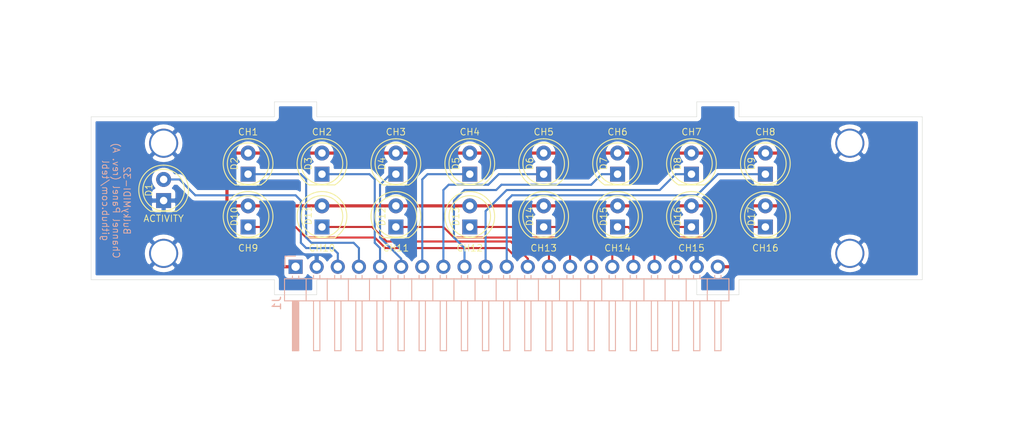
<source format=kicad_pcb>
(kicad_pcb (version 20171130) (host pcbnew "(5.1.8)-1")

  (general
    (thickness 1.6)
    (drawings 23)
    (tracks 125)
    (zones 0)
    (modules 22)
    (nets 20)
  )

  (page A4)
  (layers
    (0 F.Cu signal)
    (31 B.Cu signal)
    (32 B.Adhes user)
    (33 F.Adhes user)
    (34 B.Paste user)
    (35 F.Paste user)
    (36 B.SilkS user)
    (37 F.SilkS user)
    (38 B.Mask user)
    (39 F.Mask user)
    (40 Dwgs.User user)
    (41 Cmts.User user)
    (42 Eco1.User user)
    (43 Eco2.User user)
    (44 Edge.Cuts user)
    (45 Margin user)
    (46 B.CrtYd user)
    (47 F.CrtYd user)
    (48 B.Fab user hide)
    (49 F.Fab user)
  )

  (setup
    (last_trace_width 0.25)
    (trace_clearance 0.2)
    (zone_clearance 0.508)
    (zone_45_only no)
    (trace_min 0.2)
    (via_size 0.8)
    (via_drill 0.4)
    (via_min_size 0.4)
    (via_min_drill 0.3)
    (uvia_size 0.3)
    (uvia_drill 0.1)
    (uvias_allowed no)
    (uvia_min_size 0.2)
    (uvia_min_drill 0.1)
    (edge_width 0.05)
    (segment_width 0.2)
    (pcb_text_width 0.3)
    (pcb_text_size 1.5 1.5)
    (mod_edge_width 0.12)
    (mod_text_size 1 1)
    (mod_text_width 0.15)
    (pad_size 1.524 1.524)
    (pad_drill 0.762)
    (pad_to_mask_clearance 0)
    (aux_axis_origin 0 0)
    (grid_origin 141.09 121.579)
    (visible_elements 7FFFFFFF)
    (pcbplotparams
      (layerselection 0x011fc_ffffffff)
      (usegerberextensions true)
      (usegerberattributes false)
      (usegerberadvancedattributes false)
      (creategerberjobfile false)
      (excludeedgelayer true)
      (linewidth 0.100000)
      (plotframeref false)
      (viasonmask false)
      (mode 1)
      (useauxorigin false)
      (hpglpennumber 1)
      (hpglpenspeed 20)
      (hpglpendiameter 15.000000)
      (psnegative false)
      (psa4output false)
      (plotreference true)
      (plotvalue true)
      (plotinvisibletext false)
      (padsonsilk false)
      (subtractmaskfromsilk false)
      (outputformat 1)
      (mirror false)
      (drillshape 0)
      (scaleselection 1)
      (outputdirectory "export/"))
  )

  (net 0 "")
  (net 1 GND)
  (net 2 /ACT)
  (net 3 VCC)
  (net 4 /CH1)
  (net 5 /CH2)
  (net 6 /CH3)
  (net 7 /CH4)
  (net 8 /CH5)
  (net 9 /CH6)
  (net 10 /CH7)
  (net 11 /CH8)
  (net 12 /CH9)
  (net 13 /CH10)
  (net 14 /CH11)
  (net 15 /CH12)
  (net 16 /CH13)
  (net 17 /CH14)
  (net 18 /CH15)
  (net 19 /CH16)

  (net_class Default "This is the default net class."
    (clearance 0.2)
    (trace_width 0.25)
    (via_dia 0.8)
    (via_drill 0.4)
    (uvia_dia 0.3)
    (uvia_drill 0.1)
    (add_net /ACT)
    (add_net /CH1)
    (add_net /CH10)
    (add_net /CH11)
    (add_net /CH12)
    (add_net /CH13)
    (add_net /CH14)
    (add_net /CH15)
    (add_net /CH16)
    (add_net /CH2)
    (add_net /CH3)
    (add_net /CH4)
    (add_net /CH5)
    (add_net /CH6)
    (add_net /CH7)
    (add_net /CH8)
    (add_net /CH9)
  )

  (net_class PWR ""
    (clearance 0.2)
    (trace_width 0.381)
    (via_dia 0.8)
    (via_drill 0.4)
    (uvia_dia 0.3)
    (uvia_drill 0.1)
    (add_net GND)
    (add_net VCC)
  )

  (module LED_THT:LED_D5.0mm (layer F.Cu) (tedit 5995936A) (tstamp 6282A53B)
    (at 99.815 122.849 90)
    (descr "LED, diameter 5.0mm, 2 pins, http://cdn-reichelt.de/documents/datenblatt/A500/LL-504BC2E-009.pdf")
    (tags "LED diameter 5.0mm 2 pins")
    (path /6283F232)
    (fp_text reference D1 (at 1.27 -1.778 90) (layer F.SilkS)
      (effects (font (size 0.8 0.8) (thickness 0.1)))
    )
    (fp_text value ACTIVITY (at -2.159 0 180) (layer F.SilkS)
      (effects (font (size 0.8 0.8) (thickness 0.1)))
    )
    (fp_line (start 4.5 -3.25) (end -1.95 -3.25) (layer F.CrtYd) (width 0.05))
    (fp_line (start 4.5 3.25) (end 4.5 -3.25) (layer F.CrtYd) (width 0.05))
    (fp_line (start -1.95 3.25) (end 4.5 3.25) (layer F.CrtYd) (width 0.05))
    (fp_line (start -1.95 -3.25) (end -1.95 3.25) (layer F.CrtYd) (width 0.05))
    (fp_line (start -1.29 -1.545) (end -1.29 1.545) (layer F.SilkS) (width 0.12))
    (fp_line (start -1.23 -1.469694) (end -1.23 1.469694) (layer F.Fab) (width 0.1))
    (fp_circle (center 1.27 0) (end 3.77 0) (layer F.SilkS) (width 0.12))
    (fp_circle (center 1.27 0) (end 3.77 0) (layer F.Fab) (width 0.1))
    (fp_arc (start 1.27 0) (end -1.23 -1.469694) (angle 299.1) (layer F.Fab) (width 0.1))
    (fp_arc (start 1.27 0) (end -1.29 -1.54483) (angle 148.9) (layer F.SilkS) (width 0.12))
    (fp_arc (start 1.27 0) (end -1.29 1.54483) (angle -148.9) (layer F.SilkS) (width 0.12))
    (fp_text user %R (at 1.25 0 90) (layer F.Fab)
      (effects (font (size 0.8 0.8) (thickness 0.1)))
    )
    (pad 1 thru_hole rect (at 0 0 90) (size 1.8 1.8) (drill 0.9) (layers *.Cu *.Mask)
      (net 1 GND))
    (pad 2 thru_hole circle (at 2.54 0 90) (size 1.8 1.8) (drill 0.9) (layers *.Cu *.Mask)
      (net 2 /ACT))
    (model ${KISYS3DMOD}/LED_THT.3dshapes/LED_D5.0mm.wrl
      (at (xyz 0 0 0))
      (scale (xyz 1 1 1))
      (rotate (xyz 0 0 0))
    )
  )

  (module LED_THT:LED_D5.0mm (layer F.Cu) (tedit 5995936A) (tstamp 6282A54D)
    (at 109.975 119.674 90)
    (descr "LED, diameter 5.0mm, 2 pins, http://cdn-reichelt.de/documents/datenblatt/A500/LL-504BC2E-009.pdf")
    (tags "LED diameter 5.0mm 2 pins")
    (path /6284C224)
    (fp_text reference D2 (at 1.27 -1.651 90) (layer F.SilkS)
      (effects (font (size 0.8 0.8) (thickness 0.1)))
    )
    (fp_text value CH1 (at 5.08 0 180) (layer F.SilkS)
      (effects (font (size 0.8 0.8) (thickness 0.1)))
    )
    (fp_circle (center 1.27 0) (end 3.77 0) (layer F.Fab) (width 0.1))
    (fp_circle (center 1.27 0) (end 3.77 0) (layer F.SilkS) (width 0.12))
    (fp_line (start -1.23 -1.469694) (end -1.23 1.469694) (layer F.Fab) (width 0.1))
    (fp_line (start -1.29 -1.545) (end -1.29 1.545) (layer F.SilkS) (width 0.12))
    (fp_line (start -1.95 -3.25) (end -1.95 3.25) (layer F.CrtYd) (width 0.05))
    (fp_line (start -1.95 3.25) (end 4.5 3.25) (layer F.CrtYd) (width 0.05))
    (fp_line (start 4.5 3.25) (end 4.5 -3.25) (layer F.CrtYd) (width 0.05))
    (fp_line (start 4.5 -3.25) (end -1.95 -3.25) (layer F.CrtYd) (width 0.05))
    (fp_text user %R (at 1.25 0 90) (layer F.Fab)
      (effects (font (size 0.8 0.8) (thickness 0.1)))
    )
    (fp_arc (start 1.27 0) (end -1.29 1.54483) (angle -148.9) (layer F.SilkS) (width 0.12))
    (fp_arc (start 1.27 0) (end -1.29 -1.54483) (angle 148.9) (layer F.SilkS) (width 0.12))
    (fp_arc (start 1.27 0) (end -1.23 -1.469694) (angle 299.1) (layer F.Fab) (width 0.1))
    (pad 2 thru_hole circle (at 2.54 0 90) (size 1.8 1.8) (drill 0.9) (layers *.Cu *.Mask)
      (net 3 VCC))
    (pad 1 thru_hole rect (at 0 0 90) (size 1.8 1.8) (drill 0.9) (layers *.Cu *.Mask)
      (net 4 /CH1))
    (model ${KISYS3DMOD}/LED_THT.3dshapes/LED_D5.0mm.wrl
      (at (xyz 0 0 0))
      (scale (xyz 1 1 1))
      (rotate (xyz 0 0 0))
    )
  )

  (module LED_THT:LED_D5.0mm (layer F.Cu) (tedit 5995936A) (tstamp 6282A55F)
    (at 118.865 119.674 90)
    (descr "LED, diameter 5.0mm, 2 pins, http://cdn-reichelt.de/documents/datenblatt/A500/LL-504BC2E-009.pdf")
    (tags "LED diameter 5.0mm 2 pins")
    (path /62856CB3)
    (fp_text reference D3 (at 1.27 -1.651 90) (layer F.SilkS)
      (effects (font (size 0.8 0.8) (thickness 0.1)))
    )
    (fp_text value CH2 (at 5.08 0 180) (layer F.SilkS)
      (effects (font (size 0.8 0.8) (thickness 0.1)))
    )
    (fp_line (start 4.5 -3.25) (end -1.95 -3.25) (layer F.CrtYd) (width 0.05))
    (fp_line (start 4.5 3.25) (end 4.5 -3.25) (layer F.CrtYd) (width 0.05))
    (fp_line (start -1.95 3.25) (end 4.5 3.25) (layer F.CrtYd) (width 0.05))
    (fp_line (start -1.95 -3.25) (end -1.95 3.25) (layer F.CrtYd) (width 0.05))
    (fp_line (start -1.29 -1.545) (end -1.29 1.545) (layer F.SilkS) (width 0.12))
    (fp_line (start -1.23 -1.469694) (end -1.23 1.469694) (layer F.Fab) (width 0.1))
    (fp_circle (center 1.27 0) (end 3.77 0) (layer F.SilkS) (width 0.12))
    (fp_circle (center 1.27 0) (end 3.77 0) (layer F.Fab) (width 0.1))
    (fp_arc (start 1.27 0) (end -1.23 -1.469694) (angle 299.1) (layer F.Fab) (width 0.1))
    (fp_arc (start 1.27 0) (end -1.29 -1.54483) (angle 148.9) (layer F.SilkS) (width 0.12))
    (fp_arc (start 1.27 0) (end -1.29 1.54483) (angle -148.9) (layer F.SilkS) (width 0.12))
    (fp_text user %R (at 1.25 0 90) (layer F.Fab)
      (effects (font (size 0.8 0.8) (thickness 0.1)))
    )
    (pad 1 thru_hole rect (at 0 0 90) (size 1.8 1.8) (drill 0.9) (layers *.Cu *.Mask)
      (net 5 /CH2))
    (pad 2 thru_hole circle (at 2.54 0 90) (size 1.8 1.8) (drill 0.9) (layers *.Cu *.Mask)
      (net 3 VCC))
    (model ${KISYS3DMOD}/LED_THT.3dshapes/LED_D5.0mm.wrl
      (at (xyz 0 0 0))
      (scale (xyz 1 1 1))
      (rotate (xyz 0 0 0))
    )
  )

  (module LED_THT:LED_D5.0mm (layer F.Cu) (tedit 5995936A) (tstamp 6282A571)
    (at 127.755 119.674 90)
    (descr "LED, diameter 5.0mm, 2 pins, http://cdn-reichelt.de/documents/datenblatt/A500/LL-504BC2E-009.pdf")
    (tags "LED diameter 5.0mm 2 pins")
    (path /62857B2D)
    (fp_text reference D4 (at 1.27 -1.674 90) (layer F.SilkS)
      (effects (font (size 0.8 0.8) (thickness 0.1)))
    )
    (fp_text value CH3 (at 5.08 0 180) (layer F.SilkS)
      (effects (font (size 0.8 0.8) (thickness 0.1)))
    )
    (fp_circle (center 1.27 0) (end 3.77 0) (layer F.Fab) (width 0.1))
    (fp_circle (center 1.27 0) (end 3.77 0) (layer F.SilkS) (width 0.12))
    (fp_line (start -1.23 -1.469694) (end -1.23 1.469694) (layer F.Fab) (width 0.1))
    (fp_line (start -1.29 -1.545) (end -1.29 1.545) (layer F.SilkS) (width 0.12))
    (fp_line (start -1.95 -3.25) (end -1.95 3.25) (layer F.CrtYd) (width 0.05))
    (fp_line (start -1.95 3.25) (end 4.5 3.25) (layer F.CrtYd) (width 0.05))
    (fp_line (start 4.5 3.25) (end 4.5 -3.25) (layer F.CrtYd) (width 0.05))
    (fp_line (start 4.5 -3.25) (end -1.95 -3.25) (layer F.CrtYd) (width 0.05))
    (fp_text user %R (at 1.25 0 90) (layer F.Fab)
      (effects (font (size 0.8 0.8) (thickness 0.1)))
    )
    (fp_arc (start 1.27 0) (end -1.29 1.54483) (angle -148.9) (layer F.SilkS) (width 0.12))
    (fp_arc (start 1.27 0) (end -1.29 -1.54483) (angle 148.9) (layer F.SilkS) (width 0.12))
    (fp_arc (start 1.27 0) (end -1.23 -1.469694) (angle 299.1) (layer F.Fab) (width 0.1))
    (pad 2 thru_hole circle (at 2.54 0 90) (size 1.8 1.8) (drill 0.9) (layers *.Cu *.Mask)
      (net 3 VCC))
    (pad 1 thru_hole rect (at 0 0 90) (size 1.8 1.8) (drill 0.9) (layers *.Cu *.Mask)
      (net 6 /CH3))
    (model ${KISYS3DMOD}/LED_THT.3dshapes/LED_D5.0mm.wrl
      (at (xyz 0 0 0))
      (scale (xyz 1 1 1))
      (rotate (xyz 0 0 0))
    )
  )

  (module LED_THT:LED_D5.0mm (layer F.Cu) (tedit 5995936A) (tstamp 6282A583)
    (at 136.645 119.674 90)
    (descr "LED, diameter 5.0mm, 2 pins, http://cdn-reichelt.de/documents/datenblatt/A500/LL-504BC2E-009.pdf")
    (tags "LED diameter 5.0mm 2 pins")
    (path /628589F9)
    (fp_text reference D5 (at 1.27 -1.674 90) (layer F.SilkS)
      (effects (font (size 0.8 0.8) (thickness 0.1)))
    )
    (fp_text value CH4 (at 5.08 0 180) (layer F.SilkS)
      (effects (font (size 0.8 0.8) (thickness 0.1)))
    )
    (fp_line (start 4.5 -3.25) (end -1.95 -3.25) (layer F.CrtYd) (width 0.05))
    (fp_line (start 4.5 3.25) (end 4.5 -3.25) (layer F.CrtYd) (width 0.05))
    (fp_line (start -1.95 3.25) (end 4.5 3.25) (layer F.CrtYd) (width 0.05))
    (fp_line (start -1.95 -3.25) (end -1.95 3.25) (layer F.CrtYd) (width 0.05))
    (fp_line (start -1.29 -1.545) (end -1.29 1.545) (layer F.SilkS) (width 0.12))
    (fp_line (start -1.23 -1.469694) (end -1.23 1.469694) (layer F.Fab) (width 0.1))
    (fp_circle (center 1.27 0) (end 3.77 0) (layer F.SilkS) (width 0.12))
    (fp_circle (center 1.27 0) (end 3.77 0) (layer F.Fab) (width 0.1))
    (fp_arc (start 1.27 0) (end -1.23 -1.469694) (angle 299.1) (layer F.Fab) (width 0.1))
    (fp_arc (start 1.27 0) (end -1.29 -1.54483) (angle 148.9) (layer F.SilkS) (width 0.12))
    (fp_arc (start 1.27 0) (end -1.29 1.54483) (angle -148.9) (layer F.SilkS) (width 0.12))
    (fp_text user %R (at 1.25 0 90) (layer F.Fab)
      (effects (font (size 0.8 0.8) (thickness 0.1)))
    )
    (pad 1 thru_hole rect (at 0 0 90) (size 1.8 1.8) (drill 0.9) (layers *.Cu *.Mask)
      (net 7 /CH4))
    (pad 2 thru_hole circle (at 2.54 0 90) (size 1.8 1.8) (drill 0.9) (layers *.Cu *.Mask)
      (net 3 VCC))
    (model ${KISYS3DMOD}/LED_THT.3dshapes/LED_D5.0mm.wrl
      (at (xyz 0 0 0))
      (scale (xyz 1 1 1))
      (rotate (xyz 0 0 0))
    )
  )

  (module LED_THT:LED_D5.0mm (layer F.Cu) (tedit 5995936A) (tstamp 6282A595)
    (at 145.535 119.674 90)
    (descr "LED, diameter 5.0mm, 2 pins, http://cdn-reichelt.de/documents/datenblatt/A500/LL-504BC2E-009.pdf")
    (tags "LED diameter 5.0mm 2 pins")
    (path /6285961A)
    (fp_text reference D6 (at 1.27 -1.674 90) (layer F.SilkS)
      (effects (font (size 0.8 0.8) (thickness 0.1)))
    )
    (fp_text value CH5 (at 5.08 0 180) (layer F.SilkS)
      (effects (font (size 0.8 0.8) (thickness 0.1)))
    )
    (fp_circle (center 1.27 0) (end 3.77 0) (layer F.Fab) (width 0.1))
    (fp_circle (center 1.27 0) (end 3.77 0) (layer F.SilkS) (width 0.12))
    (fp_line (start -1.23 -1.469694) (end -1.23 1.469694) (layer F.Fab) (width 0.1))
    (fp_line (start -1.29 -1.545) (end -1.29 1.545) (layer F.SilkS) (width 0.12))
    (fp_line (start -1.95 -3.25) (end -1.95 3.25) (layer F.CrtYd) (width 0.05))
    (fp_line (start -1.95 3.25) (end 4.5 3.25) (layer F.CrtYd) (width 0.05))
    (fp_line (start 4.5 3.25) (end 4.5 -3.25) (layer F.CrtYd) (width 0.05))
    (fp_line (start 4.5 -3.25) (end -1.95 -3.25) (layer F.CrtYd) (width 0.05))
    (fp_text user %R (at 1.25 0 90) (layer F.Fab)
      (effects (font (size 0.8 0.8) (thickness 0.1)))
    )
    (fp_arc (start 1.27 0) (end -1.29 1.54483) (angle -148.9) (layer F.SilkS) (width 0.12))
    (fp_arc (start 1.27 0) (end -1.29 -1.54483) (angle 148.9) (layer F.SilkS) (width 0.12))
    (fp_arc (start 1.27 0) (end -1.23 -1.469694) (angle 299.1) (layer F.Fab) (width 0.1))
    (pad 2 thru_hole circle (at 2.54 0 90) (size 1.8 1.8) (drill 0.9) (layers *.Cu *.Mask)
      (net 3 VCC))
    (pad 1 thru_hole rect (at 0 0 90) (size 1.8 1.8) (drill 0.9) (layers *.Cu *.Mask)
      (net 8 /CH5))
    (model ${KISYS3DMOD}/LED_THT.3dshapes/LED_D5.0mm.wrl
      (at (xyz 0 0 0))
      (scale (xyz 1 1 1))
      (rotate (xyz 0 0 0))
    )
  )

  (module LED_THT:LED_D5.0mm (layer F.Cu) (tedit 5995936A) (tstamp 6282A5A7)
    (at 154.425 119.674 90)
    (descr "LED, diameter 5.0mm, 2 pins, http://cdn-reichelt.de/documents/datenblatt/A500/LL-504BC2E-009.pdf")
    (tags "LED diameter 5.0mm 2 pins")
    (path /6285A3CB)
    (fp_text reference D7 (at 1.27 -1.674 90) (layer F.SilkS)
      (effects (font (size 0.8 0.8) (thickness 0.1)))
    )
    (fp_text value CH6 (at 5.08 0 180) (layer F.SilkS)
      (effects (font (size 0.8 0.8) (thickness 0.1)))
    )
    (fp_line (start 4.5 -3.25) (end -1.95 -3.25) (layer F.CrtYd) (width 0.05))
    (fp_line (start 4.5 3.25) (end 4.5 -3.25) (layer F.CrtYd) (width 0.05))
    (fp_line (start -1.95 3.25) (end 4.5 3.25) (layer F.CrtYd) (width 0.05))
    (fp_line (start -1.95 -3.25) (end -1.95 3.25) (layer F.CrtYd) (width 0.05))
    (fp_line (start -1.29 -1.545) (end -1.29 1.545) (layer F.SilkS) (width 0.12))
    (fp_line (start -1.23 -1.469694) (end -1.23 1.469694) (layer F.Fab) (width 0.1))
    (fp_circle (center 1.27 0) (end 3.77 0) (layer F.SilkS) (width 0.12))
    (fp_circle (center 1.27 0) (end 3.77 0) (layer F.Fab) (width 0.1))
    (fp_arc (start 1.27 0) (end -1.23 -1.469694) (angle 299.1) (layer F.Fab) (width 0.1))
    (fp_arc (start 1.27 0) (end -1.29 -1.54483) (angle 148.9) (layer F.SilkS) (width 0.12))
    (fp_arc (start 1.27 0) (end -1.29 1.54483) (angle -148.9) (layer F.SilkS) (width 0.12))
    (fp_text user %R (at 1.25 0 90) (layer F.Fab)
      (effects (font (size 0.8 0.8) (thickness 0.1)))
    )
    (pad 1 thru_hole rect (at 0 0 90) (size 1.8 1.8) (drill 0.9) (layers *.Cu *.Mask)
      (net 9 /CH6))
    (pad 2 thru_hole circle (at 2.54 0 90) (size 1.8 1.8) (drill 0.9) (layers *.Cu *.Mask)
      (net 3 VCC))
    (model ${KISYS3DMOD}/LED_THT.3dshapes/LED_D5.0mm.wrl
      (at (xyz 0 0 0))
      (scale (xyz 1 1 1))
      (rotate (xyz 0 0 0))
    )
  )

  (module LED_THT:LED_D5.0mm (layer F.Cu) (tedit 5995936A) (tstamp 6282A5B9)
    (at 163.315 119.674 90)
    (descr "LED, diameter 5.0mm, 2 pins, http://cdn-reichelt.de/documents/datenblatt/A500/LL-504BC2E-009.pdf")
    (tags "LED diameter 5.0mm 2 pins")
    (path /6285B25B)
    (fp_text reference D8 (at 1.27 -1.674 90) (layer F.SilkS)
      (effects (font (size 0.8 0.8) (thickness 0.1)))
    )
    (fp_text value CH7 (at 5.08 0 180) (layer F.SilkS)
      (effects (font (size 0.8 0.8) (thickness 0.1)))
    )
    (fp_circle (center 1.27 0) (end 3.77 0) (layer F.Fab) (width 0.1))
    (fp_circle (center 1.27 0) (end 3.77 0) (layer F.SilkS) (width 0.12))
    (fp_line (start -1.23 -1.469694) (end -1.23 1.469694) (layer F.Fab) (width 0.1))
    (fp_line (start -1.29 -1.545) (end -1.29 1.545) (layer F.SilkS) (width 0.12))
    (fp_line (start -1.95 -3.25) (end -1.95 3.25) (layer F.CrtYd) (width 0.05))
    (fp_line (start -1.95 3.25) (end 4.5 3.25) (layer F.CrtYd) (width 0.05))
    (fp_line (start 4.5 3.25) (end 4.5 -3.25) (layer F.CrtYd) (width 0.05))
    (fp_line (start 4.5 -3.25) (end -1.95 -3.25) (layer F.CrtYd) (width 0.05))
    (fp_text user %R (at 1.25 0 90) (layer F.Fab)
      (effects (font (size 0.8 0.8) (thickness 0.1)))
    )
    (fp_arc (start 1.27 0) (end -1.29 1.54483) (angle -148.9) (layer F.SilkS) (width 0.12))
    (fp_arc (start 1.27 0) (end -1.29 -1.54483) (angle 148.9) (layer F.SilkS) (width 0.12))
    (fp_arc (start 1.27 0) (end -1.23 -1.469694) (angle 299.1) (layer F.Fab) (width 0.1))
    (pad 2 thru_hole circle (at 2.54 0 90) (size 1.8 1.8) (drill 0.9) (layers *.Cu *.Mask)
      (net 3 VCC))
    (pad 1 thru_hole rect (at 0 0 90) (size 1.8 1.8) (drill 0.9) (layers *.Cu *.Mask)
      (net 10 /CH7))
    (model ${KISYS3DMOD}/LED_THT.3dshapes/LED_D5.0mm.wrl
      (at (xyz 0 0 0))
      (scale (xyz 1 1 1))
      (rotate (xyz 0 0 0))
    )
  )

  (module LED_THT:LED_D5.0mm (layer F.Cu) (tedit 5995936A) (tstamp 6282A5CB)
    (at 172.205 119.674 90)
    (descr "LED, diameter 5.0mm, 2 pins, http://cdn-reichelt.de/documents/datenblatt/A500/LL-504BC2E-009.pdf")
    (tags "LED diameter 5.0mm 2 pins")
    (path /6285C101)
    (fp_text reference D9 (at 1.27 -1.674 90) (layer F.SilkS)
      (effects (font (size 0.8 0.8) (thickness 0.1)))
    )
    (fp_text value CH8 (at 5.08 0 180) (layer F.SilkS)
      (effects (font (size 0.8 0.8) (thickness 0.1)))
    )
    (fp_line (start 4.5 -3.25) (end -1.95 -3.25) (layer F.CrtYd) (width 0.05))
    (fp_line (start 4.5 3.25) (end 4.5 -3.25) (layer F.CrtYd) (width 0.05))
    (fp_line (start -1.95 3.25) (end 4.5 3.25) (layer F.CrtYd) (width 0.05))
    (fp_line (start -1.95 -3.25) (end -1.95 3.25) (layer F.CrtYd) (width 0.05))
    (fp_line (start -1.29 -1.545) (end -1.29 1.545) (layer F.SilkS) (width 0.12))
    (fp_line (start -1.23 -1.469694) (end -1.23 1.469694) (layer F.Fab) (width 0.1))
    (fp_circle (center 1.27 0) (end 3.77 0) (layer F.SilkS) (width 0.12))
    (fp_circle (center 1.27 0) (end 3.77 0) (layer F.Fab) (width 0.1))
    (fp_arc (start 1.27 0) (end -1.23 -1.469694) (angle 299.1) (layer F.Fab) (width 0.1))
    (fp_arc (start 1.27 0) (end -1.29 -1.54483) (angle 148.9) (layer F.SilkS) (width 0.12))
    (fp_arc (start 1.27 0) (end -1.29 1.54483) (angle -148.9) (layer F.SilkS) (width 0.12))
    (fp_text user %R (at 1.25 0 90) (layer F.Fab)
      (effects (font (size 0.8 0.8) (thickness 0.1)))
    )
    (pad 1 thru_hole rect (at 0 0 90) (size 1.8 1.8) (drill 0.9) (layers *.Cu *.Mask)
      (net 11 /CH8))
    (pad 2 thru_hole circle (at 2.54 0 90) (size 1.8 1.8) (drill 0.9) (layers *.Cu *.Mask)
      (net 3 VCC))
    (model ${KISYS3DMOD}/LED_THT.3dshapes/LED_D5.0mm.wrl
      (at (xyz 0 0 0))
      (scale (xyz 1 1 1))
      (rotate (xyz 0 0 0))
    )
  )

  (module LED_THT:LED_D5.0mm (layer F.Cu) (tedit 5995936A) (tstamp 6282A5DD)
    (at 109.975 126.024 90)
    (descr "LED, diameter 5.0mm, 2 pins, http://cdn-reichelt.de/documents/datenblatt/A500/LL-504BC2E-009.pdf")
    (tags "LED diameter 5.0mm 2 pins")
    (path /62876713)
    (fp_text reference D10 (at 1.27 -1.651 90) (layer F.SilkS)
      (effects (font (size 0.8 0.8) (thickness 0.1)))
    )
    (fp_text value CH9 (at -2.54 0 180) (layer F.SilkS)
      (effects (font (size 0.8 0.8) (thickness 0.1)))
    )
    (fp_line (start 4.5 -3.25) (end -1.95 -3.25) (layer F.CrtYd) (width 0.05))
    (fp_line (start 4.5 3.25) (end 4.5 -3.25) (layer F.CrtYd) (width 0.05))
    (fp_line (start -1.95 3.25) (end 4.5 3.25) (layer F.CrtYd) (width 0.05))
    (fp_line (start -1.95 -3.25) (end -1.95 3.25) (layer F.CrtYd) (width 0.05))
    (fp_line (start -1.29 -1.545) (end -1.29 1.545) (layer F.SilkS) (width 0.12))
    (fp_line (start -1.23 -1.469694) (end -1.23 1.469694) (layer F.Fab) (width 0.1))
    (fp_circle (center 1.27 0) (end 3.77 0) (layer F.SilkS) (width 0.12))
    (fp_circle (center 1.27 0) (end 3.77 0) (layer F.Fab) (width 0.1))
    (fp_arc (start 1.27 0) (end -1.23 -1.469694) (angle 299.1) (layer F.Fab) (width 0.1))
    (fp_arc (start 1.27 0) (end -1.29 -1.54483) (angle 148.9) (layer F.SilkS) (width 0.12))
    (fp_arc (start 1.27 0) (end -1.29 1.54483) (angle -148.9) (layer F.SilkS) (width 0.12))
    (fp_text user %R (at 1.25 0 90) (layer F.Fab)
      (effects (font (size 0.8 0.8) (thickness 0.1)))
    )
    (pad 1 thru_hole rect (at 0 0 90) (size 1.8 1.8) (drill 0.9) (layers *.Cu *.Mask)
      (net 12 /CH9))
    (pad 2 thru_hole circle (at 2.54 0 90) (size 1.8 1.8) (drill 0.9) (layers *.Cu *.Mask)
      (net 3 VCC))
    (model ${KISYS3DMOD}/LED_THT.3dshapes/LED_D5.0mm.wrl
      (at (xyz 0 0 0))
      (scale (xyz 1 1 1))
      (rotate (xyz 0 0 0))
    )
  )

  (module LED_THT:LED_D5.0mm (layer F.Cu) (tedit 5995936A) (tstamp 6282A5EF)
    (at 118.865 126.024 90)
    (descr "LED, diameter 5.0mm, 2 pins, http://cdn-reichelt.de/documents/datenblatt/A500/LL-504BC2E-009.pdf")
    (tags "LED diameter 5.0mm 2 pins")
    (path /62876721)
    (fp_text reference D11 (at 1.397 -1.651 90) (layer F.SilkS)
      (effects (font (size 0.8 0.8) (thickness 0.1)))
    )
    (fp_text value CH10 (at -2.54 0 180) (layer F.SilkS)
      (effects (font (size 0.8 0.8) (thickness 0.1)))
    )
    (fp_circle (center 1.27 0) (end 3.77 0) (layer F.Fab) (width 0.1))
    (fp_circle (center 1.27 0) (end 3.77 0) (layer F.SilkS) (width 0.12))
    (fp_line (start -1.23 -1.469694) (end -1.23 1.469694) (layer F.Fab) (width 0.1))
    (fp_line (start -1.29 -1.545) (end -1.29 1.545) (layer F.SilkS) (width 0.12))
    (fp_line (start -1.95 -3.25) (end -1.95 3.25) (layer F.CrtYd) (width 0.05))
    (fp_line (start -1.95 3.25) (end 4.5 3.25) (layer F.CrtYd) (width 0.05))
    (fp_line (start 4.5 3.25) (end 4.5 -3.25) (layer F.CrtYd) (width 0.05))
    (fp_line (start 4.5 -3.25) (end -1.95 -3.25) (layer F.CrtYd) (width 0.05))
    (fp_text user %R (at 1.25 0 90) (layer F.Fab)
      (effects (font (size 0.8 0.8) (thickness 0.1)))
    )
    (fp_arc (start 1.27 0) (end -1.29 1.54483) (angle -148.9) (layer F.SilkS) (width 0.12))
    (fp_arc (start 1.27 0) (end -1.29 -1.54483) (angle 148.9) (layer F.SilkS) (width 0.12))
    (fp_arc (start 1.27 0) (end -1.23 -1.469694) (angle 299.1) (layer F.Fab) (width 0.1))
    (pad 2 thru_hole circle (at 2.54 0 90) (size 1.8 1.8) (drill 0.9) (layers *.Cu *.Mask)
      (net 3 VCC))
    (pad 1 thru_hole rect (at 0 0 90) (size 1.8 1.8) (drill 0.9) (layers *.Cu *.Mask)
      (net 13 /CH10))
    (model ${KISYS3DMOD}/LED_THT.3dshapes/LED_D5.0mm.wrl
      (at (xyz 0 0 0))
      (scale (xyz 1 1 1))
      (rotate (xyz 0 0 0))
    )
  )

  (module LED_THT:LED_D5.0mm (layer F.Cu) (tedit 5995936A) (tstamp 6282A601)
    (at 127.755 126.024 90)
    (descr "LED, diameter 5.0mm, 2 pins, http://cdn-reichelt.de/documents/datenblatt/A500/LL-504BC2E-009.pdf")
    (tags "LED diameter 5.0mm 2 pins")
    (path /6287672F)
    (fp_text reference D12 (at 1.27 -1.674 90) (layer F.SilkS)
      (effects (font (size 0.8 0.8) (thickness 0.1)))
    )
    (fp_text value CH11 (at -2.54 0 180) (layer F.SilkS)
      (effects (font (size 0.8 0.8) (thickness 0.1)))
    )
    (fp_line (start 4.5 -3.25) (end -1.95 -3.25) (layer F.CrtYd) (width 0.05))
    (fp_line (start 4.5 3.25) (end 4.5 -3.25) (layer F.CrtYd) (width 0.05))
    (fp_line (start -1.95 3.25) (end 4.5 3.25) (layer F.CrtYd) (width 0.05))
    (fp_line (start -1.95 -3.25) (end -1.95 3.25) (layer F.CrtYd) (width 0.05))
    (fp_line (start -1.29 -1.545) (end -1.29 1.545) (layer F.SilkS) (width 0.12))
    (fp_line (start -1.23 -1.469694) (end -1.23 1.469694) (layer F.Fab) (width 0.1))
    (fp_circle (center 1.27 0) (end 3.77 0) (layer F.SilkS) (width 0.12))
    (fp_circle (center 1.27 0) (end 3.77 0) (layer F.Fab) (width 0.1))
    (fp_arc (start 1.27 0) (end -1.23 -1.469694) (angle 299.1) (layer F.Fab) (width 0.1))
    (fp_arc (start 1.27 0) (end -1.29 -1.54483) (angle 148.9) (layer F.SilkS) (width 0.12))
    (fp_arc (start 1.27 0) (end -1.29 1.54483) (angle -148.9) (layer F.SilkS) (width 0.12))
    (fp_text user %R (at 1.25 0 90) (layer F.Fab)
      (effects (font (size 0.8 0.8) (thickness 0.1)))
    )
    (pad 1 thru_hole rect (at 0 0 90) (size 1.8 1.8) (drill 0.9) (layers *.Cu *.Mask)
      (net 14 /CH11))
    (pad 2 thru_hole circle (at 2.54 0 90) (size 1.8 1.8) (drill 0.9) (layers *.Cu *.Mask)
      (net 3 VCC))
    (model ${KISYS3DMOD}/LED_THT.3dshapes/LED_D5.0mm.wrl
      (at (xyz 0 0 0))
      (scale (xyz 1 1 1))
      (rotate (xyz 0 0 0))
    )
  )

  (module LED_THT:LED_D5.0mm (layer F.Cu) (tedit 5995936A) (tstamp 6282A613)
    (at 136.645 126.024 90)
    (descr "LED, diameter 5.0mm, 2 pins, http://cdn-reichelt.de/documents/datenblatt/A500/LL-504BC2E-009.pdf")
    (tags "LED diameter 5.0mm 2 pins")
    (path /6287673D)
    (fp_text reference D13 (at 1.27 -1.674 90) (layer F.SilkS)
      (effects (font (size 0.8 0.8) (thickness 0.1)))
    )
    (fp_text value CH12 (at -2.54 0 180) (layer F.SilkS)
      (effects (font (size 0.8 0.8) (thickness 0.1)))
    )
    (fp_circle (center 1.27 0) (end 3.77 0) (layer F.Fab) (width 0.1))
    (fp_circle (center 1.27 0) (end 3.77 0) (layer F.SilkS) (width 0.12))
    (fp_line (start -1.23 -1.469694) (end -1.23 1.469694) (layer F.Fab) (width 0.1))
    (fp_line (start -1.29 -1.545) (end -1.29 1.545) (layer F.SilkS) (width 0.12))
    (fp_line (start -1.95 -3.25) (end -1.95 3.25) (layer F.CrtYd) (width 0.05))
    (fp_line (start -1.95 3.25) (end 4.5 3.25) (layer F.CrtYd) (width 0.05))
    (fp_line (start 4.5 3.25) (end 4.5 -3.25) (layer F.CrtYd) (width 0.05))
    (fp_line (start 4.5 -3.25) (end -1.95 -3.25) (layer F.CrtYd) (width 0.05))
    (fp_text user %R (at 1.25 0 90) (layer F.Fab)
      (effects (font (size 0.8 0.8) (thickness 0.1)))
    )
    (fp_arc (start 1.27 0) (end -1.29 1.54483) (angle -148.9) (layer F.SilkS) (width 0.12))
    (fp_arc (start 1.27 0) (end -1.29 -1.54483) (angle 148.9) (layer F.SilkS) (width 0.12))
    (fp_arc (start 1.27 0) (end -1.23 -1.469694) (angle 299.1) (layer F.Fab) (width 0.1))
    (pad 2 thru_hole circle (at 2.54 0 90) (size 1.8 1.8) (drill 0.9) (layers *.Cu *.Mask)
      (net 3 VCC))
    (pad 1 thru_hole rect (at 0 0 90) (size 1.8 1.8) (drill 0.9) (layers *.Cu *.Mask)
      (net 15 /CH12))
    (model ${KISYS3DMOD}/LED_THT.3dshapes/LED_D5.0mm.wrl
      (at (xyz 0 0 0))
      (scale (xyz 1 1 1))
      (rotate (xyz 0 0 0))
    )
  )

  (module LED_THT:LED_D5.0mm (layer F.Cu) (tedit 5995936A) (tstamp 6282A625)
    (at 145.535 126.024 90)
    (descr "LED, diameter 5.0mm, 2 pins, http://cdn-reichelt.de/documents/datenblatt/A500/LL-504BC2E-009.pdf")
    (tags "LED diameter 5.0mm 2 pins")
    (path /6287674B)
    (fp_text reference D14 (at 1.27 -1.674 90) (layer F.SilkS)
      (effects (font (size 0.8 0.8) (thickness 0.1)))
    )
    (fp_text value CH13 (at -2.54 0 180) (layer F.SilkS)
      (effects (font (size 0.8 0.8) (thickness 0.1)))
    )
    (fp_line (start 4.5 -3.25) (end -1.95 -3.25) (layer F.CrtYd) (width 0.05))
    (fp_line (start 4.5 3.25) (end 4.5 -3.25) (layer F.CrtYd) (width 0.05))
    (fp_line (start -1.95 3.25) (end 4.5 3.25) (layer F.CrtYd) (width 0.05))
    (fp_line (start -1.95 -3.25) (end -1.95 3.25) (layer F.CrtYd) (width 0.05))
    (fp_line (start -1.29 -1.545) (end -1.29 1.545) (layer F.SilkS) (width 0.12))
    (fp_line (start -1.23 -1.469694) (end -1.23 1.469694) (layer F.Fab) (width 0.1))
    (fp_circle (center 1.27 0) (end 3.77 0) (layer F.SilkS) (width 0.12))
    (fp_circle (center 1.27 0) (end 3.77 0) (layer F.Fab) (width 0.1))
    (fp_arc (start 1.27 0) (end -1.23 -1.469694) (angle 299.1) (layer F.Fab) (width 0.1))
    (fp_arc (start 1.27 0) (end -1.29 -1.54483) (angle 148.9) (layer F.SilkS) (width 0.12))
    (fp_arc (start 1.27 0) (end -1.29 1.54483) (angle -148.9) (layer F.SilkS) (width 0.12))
    (fp_text user %R (at 1.25 0 90) (layer F.Fab)
      (effects (font (size 0.8 0.8) (thickness 0.1)))
    )
    (pad 1 thru_hole rect (at 0 0 90) (size 1.8 1.8) (drill 0.9) (layers *.Cu *.Mask)
      (net 16 /CH13))
    (pad 2 thru_hole circle (at 2.54 0 90) (size 1.8 1.8) (drill 0.9) (layers *.Cu *.Mask)
      (net 3 VCC))
    (model ${KISYS3DMOD}/LED_THT.3dshapes/LED_D5.0mm.wrl
      (at (xyz 0 0 0))
      (scale (xyz 1 1 1))
      (rotate (xyz 0 0 0))
    )
  )

  (module LED_THT:LED_D5.0mm (layer F.Cu) (tedit 5995936A) (tstamp 6282A637)
    (at 154.425 126.024 90)
    (descr "LED, diameter 5.0mm, 2 pins, http://cdn-reichelt.de/documents/datenblatt/A500/LL-504BC2E-009.pdf")
    (tags "LED diameter 5.0mm 2 pins")
    (path /62876759)
    (fp_text reference D15 (at 1.27 -1.674 90) (layer F.SilkS)
      (effects (font (size 0.8 0.8) (thickness 0.1)))
    )
    (fp_text value CH14 (at -2.54 0 180) (layer F.SilkS)
      (effects (font (size 0.8 0.8) (thickness 0.1)))
    )
    (fp_circle (center 1.27 0) (end 3.77 0) (layer F.Fab) (width 0.1))
    (fp_circle (center 1.27 0) (end 3.77 0) (layer F.SilkS) (width 0.12))
    (fp_line (start -1.23 -1.469694) (end -1.23 1.469694) (layer F.Fab) (width 0.1))
    (fp_line (start -1.29 -1.545) (end -1.29 1.545) (layer F.SilkS) (width 0.12))
    (fp_line (start -1.95 -3.25) (end -1.95 3.25) (layer F.CrtYd) (width 0.05))
    (fp_line (start -1.95 3.25) (end 4.5 3.25) (layer F.CrtYd) (width 0.05))
    (fp_line (start 4.5 3.25) (end 4.5 -3.25) (layer F.CrtYd) (width 0.05))
    (fp_line (start 4.5 -3.25) (end -1.95 -3.25) (layer F.CrtYd) (width 0.05))
    (fp_text user %R (at 1.25 0 90) (layer F.Fab)
      (effects (font (size 0.8 0.8) (thickness 0.1)))
    )
    (fp_arc (start 1.27 0) (end -1.29 1.54483) (angle -148.9) (layer F.SilkS) (width 0.12))
    (fp_arc (start 1.27 0) (end -1.29 -1.54483) (angle 148.9) (layer F.SilkS) (width 0.12))
    (fp_arc (start 1.27 0) (end -1.23 -1.469694) (angle 299.1) (layer F.Fab) (width 0.1))
    (pad 2 thru_hole circle (at 2.54 0 90) (size 1.8 1.8) (drill 0.9) (layers *.Cu *.Mask)
      (net 3 VCC))
    (pad 1 thru_hole rect (at 0 0 90) (size 1.8 1.8) (drill 0.9) (layers *.Cu *.Mask)
      (net 17 /CH14))
    (model ${KISYS3DMOD}/LED_THT.3dshapes/LED_D5.0mm.wrl
      (at (xyz 0 0 0))
      (scale (xyz 1 1 1))
      (rotate (xyz 0 0 0))
    )
  )

  (module LED_THT:LED_D5.0mm (layer F.Cu) (tedit 5995936A) (tstamp 6282A649)
    (at 163.315 126.024 90)
    (descr "LED, diameter 5.0mm, 2 pins, http://cdn-reichelt.de/documents/datenblatt/A500/LL-504BC2E-009.pdf")
    (tags "LED diameter 5.0mm 2 pins")
    (path /62876767)
    (fp_text reference D16 (at 1.27 -1.674 90) (layer F.SilkS)
      (effects (font (size 0.8 0.8) (thickness 0.1)))
    )
    (fp_text value CH15 (at -2.54 0 180) (layer F.SilkS)
      (effects (font (size 0.8 0.8) (thickness 0.1)))
    )
    (fp_line (start 4.5 -3.25) (end -1.95 -3.25) (layer F.CrtYd) (width 0.05))
    (fp_line (start 4.5 3.25) (end 4.5 -3.25) (layer F.CrtYd) (width 0.05))
    (fp_line (start -1.95 3.25) (end 4.5 3.25) (layer F.CrtYd) (width 0.05))
    (fp_line (start -1.95 -3.25) (end -1.95 3.25) (layer F.CrtYd) (width 0.05))
    (fp_line (start -1.29 -1.545) (end -1.29 1.545) (layer F.SilkS) (width 0.12))
    (fp_line (start -1.23 -1.469694) (end -1.23 1.469694) (layer F.Fab) (width 0.1))
    (fp_circle (center 1.27 0) (end 3.77 0) (layer F.SilkS) (width 0.12))
    (fp_circle (center 1.27 0) (end 3.77 0) (layer F.Fab) (width 0.1))
    (fp_arc (start 1.27 0) (end -1.23 -1.469694) (angle 299.1) (layer F.Fab) (width 0.1))
    (fp_arc (start 1.27 0) (end -1.29 -1.54483) (angle 148.9) (layer F.SilkS) (width 0.12))
    (fp_arc (start 1.27 0) (end -1.29 1.54483) (angle -148.9) (layer F.SilkS) (width 0.12))
    (fp_text user %R (at 1.25 0 90) (layer F.Fab)
      (effects (font (size 0.8 0.8) (thickness 0.1)))
    )
    (pad 1 thru_hole rect (at 0 0 90) (size 1.8 1.8) (drill 0.9) (layers *.Cu *.Mask)
      (net 18 /CH15))
    (pad 2 thru_hole circle (at 2.54 0 90) (size 1.8 1.8) (drill 0.9) (layers *.Cu *.Mask)
      (net 3 VCC))
    (model ${KISYS3DMOD}/LED_THT.3dshapes/LED_D5.0mm.wrl
      (at (xyz 0 0 0))
      (scale (xyz 1 1 1))
      (rotate (xyz 0 0 0))
    )
  )

  (module LED_THT:LED_D5.0mm (layer F.Cu) (tedit 5995936A) (tstamp 6282A65B)
    (at 172.205 126.024 90)
    (descr "LED, diameter 5.0mm, 2 pins, http://cdn-reichelt.de/documents/datenblatt/A500/LL-504BC2E-009.pdf")
    (tags "LED diameter 5.0mm 2 pins")
    (path /62876775)
    (fp_text reference D17 (at 1.27 -1.674 90) (layer F.SilkS)
      (effects (font (size 0.8 0.8) (thickness 0.1)))
    )
    (fp_text value CH16 (at -2.54 0 180) (layer F.SilkS)
      (effects (font (size 0.8 0.8) (thickness 0.1)))
    )
    (fp_circle (center 1.27 0) (end 3.77 0) (layer F.Fab) (width 0.1))
    (fp_circle (center 1.27 0) (end 3.77 0) (layer F.SilkS) (width 0.12))
    (fp_line (start -1.23 -1.469694) (end -1.23 1.469694) (layer F.Fab) (width 0.1))
    (fp_line (start -1.29 -1.545) (end -1.29 1.545) (layer F.SilkS) (width 0.12))
    (fp_line (start -1.95 -3.25) (end -1.95 3.25) (layer F.CrtYd) (width 0.05))
    (fp_line (start -1.95 3.25) (end 4.5 3.25) (layer F.CrtYd) (width 0.05))
    (fp_line (start 4.5 3.25) (end 4.5 -3.25) (layer F.CrtYd) (width 0.05))
    (fp_line (start 4.5 -3.25) (end -1.95 -3.25) (layer F.CrtYd) (width 0.05))
    (fp_text user %R (at 1.25 0 90) (layer F.Fab)
      (effects (font (size 0.8 0.8) (thickness 0.1)))
    )
    (fp_arc (start 1.27 0) (end -1.29 1.54483) (angle -148.9) (layer F.SilkS) (width 0.12))
    (fp_arc (start 1.27 0) (end -1.29 -1.54483) (angle 148.9) (layer F.SilkS) (width 0.12))
    (fp_arc (start 1.27 0) (end -1.23 -1.469694) (angle 299.1) (layer F.Fab) (width 0.1))
    (pad 2 thru_hole circle (at 2.54 0 90) (size 1.8 1.8) (drill 0.9) (layers *.Cu *.Mask)
      (net 3 VCC))
    (pad 1 thru_hole rect (at 0 0 90) (size 1.8 1.8) (drill 0.9) (layers *.Cu *.Mask)
      (net 19 /CH16))
    (model ${KISYS3DMOD}/LED_THT.3dshapes/LED_D5.0mm.wrl
      (at (xyz 0 0 0))
      (scale (xyz 1 1 1))
      (rotate (xyz 0 0 0))
    )
  )

  (module Connector_PinHeader_2.54mm:PinHeader_1x21_P2.54mm_Horizontal locked (layer B.Cu) (tedit 59FED5CB) (tstamp 6282A785)
    (at 115.69 130.81 270)
    (descr "Through hole angled pin header, 1x21, 2.54mm pitch, 6mm pin length, single row")
    (tags "Through hole angled pin header THT 1x21 2.54mm single row")
    (path /62825997)
    (fp_text reference J1 (at 4.385 2.27 270) (layer B.SilkS)
      (effects (font (size 1 1) (thickness 0.15)) (justify mirror))
    )
    (fp_text value Channel_Panel (at 4.385 -53.07 270) (layer B.Fab)
      (effects (font (size 1 1) (thickness 0.15)) (justify mirror))
    )
    (fp_line (start 10.55 1.8) (end -1.8 1.8) (layer B.CrtYd) (width 0.05))
    (fp_line (start 10.55 -52.6) (end 10.55 1.8) (layer B.CrtYd) (width 0.05))
    (fp_line (start -1.8 -52.6) (end 10.55 -52.6) (layer B.CrtYd) (width 0.05))
    (fp_line (start -1.8 1.8) (end -1.8 -52.6) (layer B.CrtYd) (width 0.05))
    (fp_line (start -1.27 1.27) (end 0 1.27) (layer B.SilkS) (width 0.12))
    (fp_line (start -1.27 0) (end -1.27 1.27) (layer B.SilkS) (width 0.12))
    (fp_line (start 1.042929 -51.18) (end 1.44 -51.18) (layer B.SilkS) (width 0.12))
    (fp_line (start 1.042929 -50.42) (end 1.44 -50.42) (layer B.SilkS) (width 0.12))
    (fp_line (start 10.1 -51.18) (end 4.1 -51.18) (layer B.SilkS) (width 0.12))
    (fp_line (start 10.1 -50.42) (end 10.1 -51.18) (layer B.SilkS) (width 0.12))
    (fp_line (start 4.1 -50.42) (end 10.1 -50.42) (layer B.SilkS) (width 0.12))
    (fp_line (start 1.44 -49.53) (end 4.1 -49.53) (layer B.SilkS) (width 0.12))
    (fp_line (start 1.042929 -48.64) (end 1.44 -48.64) (layer B.SilkS) (width 0.12))
    (fp_line (start 1.042929 -47.88) (end 1.44 -47.88) (layer B.SilkS) (width 0.12))
    (fp_line (start 10.1 -48.64) (end 4.1 -48.64) (layer B.SilkS) (width 0.12))
    (fp_line (start 10.1 -47.88) (end 10.1 -48.64) (layer B.SilkS) (width 0.12))
    (fp_line (start 4.1 -47.88) (end 10.1 -47.88) (layer B.SilkS) (width 0.12))
    (fp_line (start 1.44 -46.99) (end 4.1 -46.99) (layer B.SilkS) (width 0.12))
    (fp_line (start 1.042929 -46.1) (end 1.44 -46.1) (layer B.SilkS) (width 0.12))
    (fp_line (start 1.042929 -45.34) (end 1.44 -45.34) (layer B.SilkS) (width 0.12))
    (fp_line (start 10.1 -46.1) (end 4.1 -46.1) (layer B.SilkS) (width 0.12))
    (fp_line (start 10.1 -45.34) (end 10.1 -46.1) (layer B.SilkS) (width 0.12))
    (fp_line (start 4.1 -45.34) (end 10.1 -45.34) (layer B.SilkS) (width 0.12))
    (fp_line (start 1.44 -44.45) (end 4.1 -44.45) (layer B.SilkS) (width 0.12))
    (fp_line (start 1.042929 -43.56) (end 1.44 -43.56) (layer B.SilkS) (width 0.12))
    (fp_line (start 1.042929 -42.8) (end 1.44 -42.8) (layer B.SilkS) (width 0.12))
    (fp_line (start 10.1 -43.56) (end 4.1 -43.56) (layer B.SilkS) (width 0.12))
    (fp_line (start 10.1 -42.8) (end 10.1 -43.56) (layer B.SilkS) (width 0.12))
    (fp_line (start 4.1 -42.8) (end 10.1 -42.8) (layer B.SilkS) (width 0.12))
    (fp_line (start 1.44 -41.91) (end 4.1 -41.91) (layer B.SilkS) (width 0.12))
    (fp_line (start 1.042929 -41.02) (end 1.44 -41.02) (layer B.SilkS) (width 0.12))
    (fp_line (start 1.042929 -40.26) (end 1.44 -40.26) (layer B.SilkS) (width 0.12))
    (fp_line (start 10.1 -41.02) (end 4.1 -41.02) (layer B.SilkS) (width 0.12))
    (fp_line (start 10.1 -40.26) (end 10.1 -41.02) (layer B.SilkS) (width 0.12))
    (fp_line (start 4.1 -40.26) (end 10.1 -40.26) (layer B.SilkS) (width 0.12))
    (fp_line (start 1.44 -39.37) (end 4.1 -39.37) (layer B.SilkS) (width 0.12))
    (fp_line (start 1.042929 -38.48) (end 1.44 -38.48) (layer B.SilkS) (width 0.12))
    (fp_line (start 1.042929 -37.72) (end 1.44 -37.72) (layer B.SilkS) (width 0.12))
    (fp_line (start 10.1 -38.48) (end 4.1 -38.48) (layer B.SilkS) (width 0.12))
    (fp_line (start 10.1 -37.72) (end 10.1 -38.48) (layer B.SilkS) (width 0.12))
    (fp_line (start 4.1 -37.72) (end 10.1 -37.72) (layer B.SilkS) (width 0.12))
    (fp_line (start 1.44 -36.83) (end 4.1 -36.83) (layer B.SilkS) (width 0.12))
    (fp_line (start 1.042929 -35.94) (end 1.44 -35.94) (layer B.SilkS) (width 0.12))
    (fp_line (start 1.042929 -35.18) (end 1.44 -35.18) (layer B.SilkS) (width 0.12))
    (fp_line (start 10.1 -35.94) (end 4.1 -35.94) (layer B.SilkS) (width 0.12))
    (fp_line (start 10.1 -35.18) (end 10.1 -35.94) (layer B.SilkS) (width 0.12))
    (fp_line (start 4.1 -35.18) (end 10.1 -35.18) (layer B.SilkS) (width 0.12))
    (fp_line (start 1.44 -34.29) (end 4.1 -34.29) (layer B.SilkS) (width 0.12))
    (fp_line (start 1.042929 -33.4) (end 1.44 -33.4) (layer B.SilkS) (width 0.12))
    (fp_line (start 1.042929 -32.64) (end 1.44 -32.64) (layer B.SilkS) (width 0.12))
    (fp_line (start 10.1 -33.4) (end 4.1 -33.4) (layer B.SilkS) (width 0.12))
    (fp_line (start 10.1 -32.64) (end 10.1 -33.4) (layer B.SilkS) (width 0.12))
    (fp_line (start 4.1 -32.64) (end 10.1 -32.64) (layer B.SilkS) (width 0.12))
    (fp_line (start 1.44 -31.75) (end 4.1 -31.75) (layer B.SilkS) (width 0.12))
    (fp_line (start 1.042929 -30.86) (end 1.44 -30.86) (layer B.SilkS) (width 0.12))
    (fp_line (start 1.042929 -30.1) (end 1.44 -30.1) (layer B.SilkS) (width 0.12))
    (fp_line (start 10.1 -30.86) (end 4.1 -30.86) (layer B.SilkS) (width 0.12))
    (fp_line (start 10.1 -30.1) (end 10.1 -30.86) (layer B.SilkS) (width 0.12))
    (fp_line (start 4.1 -30.1) (end 10.1 -30.1) (layer B.SilkS) (width 0.12))
    (fp_line (start 1.44 -29.21) (end 4.1 -29.21) (layer B.SilkS) (width 0.12))
    (fp_line (start 1.042929 -28.32) (end 1.44 -28.32) (layer B.SilkS) (width 0.12))
    (fp_line (start 1.042929 -27.56) (end 1.44 -27.56) (layer B.SilkS) (width 0.12))
    (fp_line (start 10.1 -28.32) (end 4.1 -28.32) (layer B.SilkS) (width 0.12))
    (fp_line (start 10.1 -27.56) (end 10.1 -28.32) (layer B.SilkS) (width 0.12))
    (fp_line (start 4.1 -27.56) (end 10.1 -27.56) (layer B.SilkS) (width 0.12))
    (fp_line (start 1.44 -26.67) (end 4.1 -26.67) (layer B.SilkS) (width 0.12))
    (fp_line (start 1.042929 -25.78) (end 1.44 -25.78) (layer B.SilkS) (width 0.12))
    (fp_line (start 1.042929 -25.02) (end 1.44 -25.02) (layer B.SilkS) (width 0.12))
    (fp_line (start 10.1 -25.78) (end 4.1 -25.78) (layer B.SilkS) (width 0.12))
    (fp_line (start 10.1 -25.02) (end 10.1 -25.78) (layer B.SilkS) (width 0.12))
    (fp_line (start 4.1 -25.02) (end 10.1 -25.02) (layer B.SilkS) (width 0.12))
    (fp_line (start 1.44 -24.13) (end 4.1 -24.13) (layer B.SilkS) (width 0.12))
    (fp_line (start 1.042929 -23.24) (end 1.44 -23.24) (layer B.SilkS) (width 0.12))
    (fp_line (start 1.042929 -22.48) (end 1.44 -22.48) (layer B.SilkS) (width 0.12))
    (fp_line (start 10.1 -23.24) (end 4.1 -23.24) (layer B.SilkS) (width 0.12))
    (fp_line (start 10.1 -22.48) (end 10.1 -23.24) (layer B.SilkS) (width 0.12))
    (fp_line (start 4.1 -22.48) (end 10.1 -22.48) (layer B.SilkS) (width 0.12))
    (fp_line (start 1.44 -21.59) (end 4.1 -21.59) (layer B.SilkS) (width 0.12))
    (fp_line (start 1.042929 -20.7) (end 1.44 -20.7) (layer B.SilkS) (width 0.12))
    (fp_line (start 1.042929 -19.94) (end 1.44 -19.94) (layer B.SilkS) (width 0.12))
    (fp_line (start 10.1 -20.7) (end 4.1 -20.7) (layer B.SilkS) (width 0.12))
    (fp_line (start 10.1 -19.94) (end 10.1 -20.7) (layer B.SilkS) (width 0.12))
    (fp_line (start 4.1 -19.94) (end 10.1 -19.94) (layer B.SilkS) (width 0.12))
    (fp_line (start 1.44 -19.05) (end 4.1 -19.05) (layer B.SilkS) (width 0.12))
    (fp_line (start 1.042929 -18.16) (end 1.44 -18.16) (layer B.SilkS) (width 0.12))
    (fp_line (start 1.042929 -17.4) (end 1.44 -17.4) (layer B.SilkS) (width 0.12))
    (fp_line (start 10.1 -18.16) (end 4.1 -18.16) (layer B.SilkS) (width 0.12))
    (fp_line (start 10.1 -17.4) (end 10.1 -18.16) (layer B.SilkS) (width 0.12))
    (fp_line (start 4.1 -17.4) (end 10.1 -17.4) (layer B.SilkS) (width 0.12))
    (fp_line (start 1.44 -16.51) (end 4.1 -16.51) (layer B.SilkS) (width 0.12))
    (fp_line (start 1.042929 -15.62) (end 1.44 -15.62) (layer B.SilkS) (width 0.12))
    (fp_line (start 1.042929 -14.86) (end 1.44 -14.86) (layer B.SilkS) (width 0.12))
    (fp_line (start 10.1 -15.62) (end 4.1 -15.62) (layer B.SilkS) (width 0.12))
    (fp_line (start 10.1 -14.86) (end 10.1 -15.62) (layer B.SilkS) (width 0.12))
    (fp_line (start 4.1 -14.86) (end 10.1 -14.86) (layer B.SilkS) (width 0.12))
    (fp_line (start 1.44 -13.97) (end 4.1 -13.97) (layer B.SilkS) (width 0.12))
    (fp_line (start 1.042929 -13.08) (end 1.44 -13.08) (layer B.SilkS) (width 0.12))
    (fp_line (start 1.042929 -12.32) (end 1.44 -12.32) (layer B.SilkS) (width 0.12))
    (fp_line (start 10.1 -13.08) (end 4.1 -13.08) (layer B.SilkS) (width 0.12))
    (fp_line (start 10.1 -12.32) (end 10.1 -13.08) (layer B.SilkS) (width 0.12))
    (fp_line (start 4.1 -12.32) (end 10.1 -12.32) (layer B.SilkS) (width 0.12))
    (fp_line (start 1.44 -11.43) (end 4.1 -11.43) (layer B.SilkS) (width 0.12))
    (fp_line (start 1.042929 -10.54) (end 1.44 -10.54) (layer B.SilkS) (width 0.12))
    (fp_line (start 1.042929 -9.78) (end 1.44 -9.78) (layer B.SilkS) (width 0.12))
    (fp_line (start 10.1 -10.54) (end 4.1 -10.54) (layer B.SilkS) (width 0.12))
    (fp_line (start 10.1 -9.78) (end 10.1 -10.54) (layer B.SilkS) (width 0.12))
    (fp_line (start 4.1 -9.78) (end 10.1 -9.78) (layer B.SilkS) (width 0.12))
    (fp_line (start 1.44 -8.89) (end 4.1 -8.89) (layer B.SilkS) (width 0.12))
    (fp_line (start 1.042929 -8) (end 1.44 -8) (layer B.SilkS) (width 0.12))
    (fp_line (start 1.042929 -7.24) (end 1.44 -7.24) (layer B.SilkS) (width 0.12))
    (fp_line (start 10.1 -8) (end 4.1 -8) (layer B.SilkS) (width 0.12))
    (fp_line (start 10.1 -7.24) (end 10.1 -8) (layer B.SilkS) (width 0.12))
    (fp_line (start 4.1 -7.24) (end 10.1 -7.24) (layer B.SilkS) (width 0.12))
    (fp_line (start 1.44 -6.35) (end 4.1 -6.35) (layer B.SilkS) (width 0.12))
    (fp_line (start 1.042929 -5.46) (end 1.44 -5.46) (layer B.SilkS) (width 0.12))
    (fp_line (start 1.042929 -4.7) (end 1.44 -4.7) (layer B.SilkS) (width 0.12))
    (fp_line (start 10.1 -5.46) (end 4.1 -5.46) (layer B.SilkS) (width 0.12))
    (fp_line (start 10.1 -4.7) (end 10.1 -5.46) (layer B.SilkS) (width 0.12))
    (fp_line (start 4.1 -4.7) (end 10.1 -4.7) (layer B.SilkS) (width 0.12))
    (fp_line (start 1.44 -3.81) (end 4.1 -3.81) (layer B.SilkS) (width 0.12))
    (fp_line (start 1.042929 -2.92) (end 1.44 -2.92) (layer B.SilkS) (width 0.12))
    (fp_line (start 1.042929 -2.16) (end 1.44 -2.16) (layer B.SilkS) (width 0.12))
    (fp_line (start 10.1 -2.92) (end 4.1 -2.92) (layer B.SilkS) (width 0.12))
    (fp_line (start 10.1 -2.16) (end 10.1 -2.92) (layer B.SilkS) (width 0.12))
    (fp_line (start 4.1 -2.16) (end 10.1 -2.16) (layer B.SilkS) (width 0.12))
    (fp_line (start 1.44 -1.27) (end 4.1 -1.27) (layer B.SilkS) (width 0.12))
    (fp_line (start 1.11 -0.38) (end 1.44 -0.38) (layer B.SilkS) (width 0.12))
    (fp_line (start 1.11 0.38) (end 1.44 0.38) (layer B.SilkS) (width 0.12))
    (fp_line (start 4.1 -0.28) (end 10.1 -0.28) (layer B.SilkS) (width 0.12))
    (fp_line (start 4.1 -0.16) (end 10.1 -0.16) (layer B.SilkS) (width 0.12))
    (fp_line (start 4.1 -0.04) (end 10.1 -0.04) (layer B.SilkS) (width 0.12))
    (fp_line (start 4.1 0.08) (end 10.1 0.08) (layer B.SilkS) (width 0.12))
    (fp_line (start 4.1 0.2) (end 10.1 0.2) (layer B.SilkS) (width 0.12))
    (fp_line (start 4.1 0.32) (end 10.1 0.32) (layer B.SilkS) (width 0.12))
    (fp_line (start 10.1 -0.38) (end 4.1 -0.38) (layer B.SilkS) (width 0.12))
    (fp_line (start 10.1 0.38) (end 10.1 -0.38) (layer B.SilkS) (width 0.12))
    (fp_line (start 4.1 0.38) (end 10.1 0.38) (layer B.SilkS) (width 0.12))
    (fp_line (start 4.1 1.33) (end 1.44 1.33) (layer B.SilkS) (width 0.12))
    (fp_line (start 4.1 -52.13) (end 4.1 1.33) (layer B.SilkS) (width 0.12))
    (fp_line (start 1.44 -52.13) (end 4.1 -52.13) (layer B.SilkS) (width 0.12))
    (fp_line (start 1.44 1.33) (end 1.44 -52.13) (layer B.SilkS) (width 0.12))
    (fp_line (start 4.04 -51.12) (end 10.04 -51.12) (layer B.Fab) (width 0.1))
    (fp_line (start 10.04 -50.48) (end 10.04 -51.12) (layer B.Fab) (width 0.1))
    (fp_line (start 4.04 -50.48) (end 10.04 -50.48) (layer B.Fab) (width 0.1))
    (fp_line (start -0.32 -51.12) (end 1.5 -51.12) (layer B.Fab) (width 0.1))
    (fp_line (start -0.32 -50.48) (end -0.32 -51.12) (layer B.Fab) (width 0.1))
    (fp_line (start -0.32 -50.48) (end 1.5 -50.48) (layer B.Fab) (width 0.1))
    (fp_line (start 4.04 -48.58) (end 10.04 -48.58) (layer B.Fab) (width 0.1))
    (fp_line (start 10.04 -47.94) (end 10.04 -48.58) (layer B.Fab) (width 0.1))
    (fp_line (start 4.04 -47.94) (end 10.04 -47.94) (layer B.Fab) (width 0.1))
    (fp_line (start -0.32 -48.58) (end 1.5 -48.58) (layer B.Fab) (width 0.1))
    (fp_line (start -0.32 -47.94) (end -0.32 -48.58) (layer B.Fab) (width 0.1))
    (fp_line (start -0.32 -47.94) (end 1.5 -47.94) (layer B.Fab) (width 0.1))
    (fp_line (start 4.04 -46.04) (end 10.04 -46.04) (layer B.Fab) (width 0.1))
    (fp_line (start 10.04 -45.4) (end 10.04 -46.04) (layer B.Fab) (width 0.1))
    (fp_line (start 4.04 -45.4) (end 10.04 -45.4) (layer B.Fab) (width 0.1))
    (fp_line (start -0.32 -46.04) (end 1.5 -46.04) (layer B.Fab) (width 0.1))
    (fp_line (start -0.32 -45.4) (end -0.32 -46.04) (layer B.Fab) (width 0.1))
    (fp_line (start -0.32 -45.4) (end 1.5 -45.4) (layer B.Fab) (width 0.1))
    (fp_line (start 4.04 -43.5) (end 10.04 -43.5) (layer B.Fab) (width 0.1))
    (fp_line (start 10.04 -42.86) (end 10.04 -43.5) (layer B.Fab) (width 0.1))
    (fp_line (start 4.04 -42.86) (end 10.04 -42.86) (layer B.Fab) (width 0.1))
    (fp_line (start -0.32 -43.5) (end 1.5 -43.5) (layer B.Fab) (width 0.1))
    (fp_line (start -0.32 -42.86) (end -0.32 -43.5) (layer B.Fab) (width 0.1))
    (fp_line (start -0.32 -42.86) (end 1.5 -42.86) (layer B.Fab) (width 0.1))
    (fp_line (start 4.04 -40.96) (end 10.04 -40.96) (layer B.Fab) (width 0.1))
    (fp_line (start 10.04 -40.32) (end 10.04 -40.96) (layer B.Fab) (width 0.1))
    (fp_line (start 4.04 -40.32) (end 10.04 -40.32) (layer B.Fab) (width 0.1))
    (fp_line (start -0.32 -40.96) (end 1.5 -40.96) (layer B.Fab) (width 0.1))
    (fp_line (start -0.32 -40.32) (end -0.32 -40.96) (layer B.Fab) (width 0.1))
    (fp_line (start -0.32 -40.32) (end 1.5 -40.32) (layer B.Fab) (width 0.1))
    (fp_line (start 4.04 -38.42) (end 10.04 -38.42) (layer B.Fab) (width 0.1))
    (fp_line (start 10.04 -37.78) (end 10.04 -38.42) (layer B.Fab) (width 0.1))
    (fp_line (start 4.04 -37.78) (end 10.04 -37.78) (layer B.Fab) (width 0.1))
    (fp_line (start -0.32 -38.42) (end 1.5 -38.42) (layer B.Fab) (width 0.1))
    (fp_line (start -0.32 -37.78) (end -0.32 -38.42) (layer B.Fab) (width 0.1))
    (fp_line (start -0.32 -37.78) (end 1.5 -37.78) (layer B.Fab) (width 0.1))
    (fp_line (start 4.04 -35.88) (end 10.04 -35.88) (layer B.Fab) (width 0.1))
    (fp_line (start 10.04 -35.24) (end 10.04 -35.88) (layer B.Fab) (width 0.1))
    (fp_line (start 4.04 -35.24) (end 10.04 -35.24) (layer B.Fab) (width 0.1))
    (fp_line (start -0.32 -35.88) (end 1.5 -35.88) (layer B.Fab) (width 0.1))
    (fp_line (start -0.32 -35.24) (end -0.32 -35.88) (layer B.Fab) (width 0.1))
    (fp_line (start -0.32 -35.24) (end 1.5 -35.24) (layer B.Fab) (width 0.1))
    (fp_line (start 4.04 -33.34) (end 10.04 -33.34) (layer B.Fab) (width 0.1))
    (fp_line (start 10.04 -32.7) (end 10.04 -33.34) (layer B.Fab) (width 0.1))
    (fp_line (start 4.04 -32.7) (end 10.04 -32.7) (layer B.Fab) (width 0.1))
    (fp_line (start -0.32 -33.34) (end 1.5 -33.34) (layer B.Fab) (width 0.1))
    (fp_line (start -0.32 -32.7) (end -0.32 -33.34) (layer B.Fab) (width 0.1))
    (fp_line (start -0.32 -32.7) (end 1.5 -32.7) (layer B.Fab) (width 0.1))
    (fp_line (start 4.04 -30.8) (end 10.04 -30.8) (layer B.Fab) (width 0.1))
    (fp_line (start 10.04 -30.16) (end 10.04 -30.8) (layer B.Fab) (width 0.1))
    (fp_line (start 4.04 -30.16) (end 10.04 -30.16) (layer B.Fab) (width 0.1))
    (fp_line (start -0.32 -30.8) (end 1.5 -30.8) (layer B.Fab) (width 0.1))
    (fp_line (start -0.32 -30.16) (end -0.32 -30.8) (layer B.Fab) (width 0.1))
    (fp_line (start -0.32 -30.16) (end 1.5 -30.16) (layer B.Fab) (width 0.1))
    (fp_line (start 4.04 -28.26) (end 10.04 -28.26) (layer B.Fab) (width 0.1))
    (fp_line (start 10.04 -27.62) (end 10.04 -28.26) (layer B.Fab) (width 0.1))
    (fp_line (start 4.04 -27.62) (end 10.04 -27.62) (layer B.Fab) (width 0.1))
    (fp_line (start -0.32 -28.26) (end 1.5 -28.26) (layer B.Fab) (width 0.1))
    (fp_line (start -0.32 -27.62) (end -0.32 -28.26) (layer B.Fab) (width 0.1))
    (fp_line (start -0.32 -27.62) (end 1.5 -27.62) (layer B.Fab) (width 0.1))
    (fp_line (start 4.04 -25.72) (end 10.04 -25.72) (layer B.Fab) (width 0.1))
    (fp_line (start 10.04 -25.08) (end 10.04 -25.72) (layer B.Fab) (width 0.1))
    (fp_line (start 4.04 -25.08) (end 10.04 -25.08) (layer B.Fab) (width 0.1))
    (fp_line (start -0.32 -25.72) (end 1.5 -25.72) (layer B.Fab) (width 0.1))
    (fp_line (start -0.32 -25.08) (end -0.32 -25.72) (layer B.Fab) (width 0.1))
    (fp_line (start -0.32 -25.08) (end 1.5 -25.08) (layer B.Fab) (width 0.1))
    (fp_line (start 4.04 -23.18) (end 10.04 -23.18) (layer B.Fab) (width 0.1))
    (fp_line (start 10.04 -22.54) (end 10.04 -23.18) (layer B.Fab) (width 0.1))
    (fp_line (start 4.04 -22.54) (end 10.04 -22.54) (layer B.Fab) (width 0.1))
    (fp_line (start -0.32 -23.18) (end 1.5 -23.18) (layer B.Fab) (width 0.1))
    (fp_line (start -0.32 -22.54) (end -0.32 -23.18) (layer B.Fab) (width 0.1))
    (fp_line (start -0.32 -22.54) (end 1.5 -22.54) (layer B.Fab) (width 0.1))
    (fp_line (start 4.04 -20.64) (end 10.04 -20.64) (layer B.Fab) (width 0.1))
    (fp_line (start 10.04 -20) (end 10.04 -20.64) (layer B.Fab) (width 0.1))
    (fp_line (start 4.04 -20) (end 10.04 -20) (layer B.Fab) (width 0.1))
    (fp_line (start -0.32 -20.64) (end 1.5 -20.64) (layer B.Fab) (width 0.1))
    (fp_line (start -0.32 -20) (end -0.32 -20.64) (layer B.Fab) (width 0.1))
    (fp_line (start -0.32 -20) (end 1.5 -20) (layer B.Fab) (width 0.1))
    (fp_line (start 4.04 -18.1) (end 10.04 -18.1) (layer B.Fab) (width 0.1))
    (fp_line (start 10.04 -17.46) (end 10.04 -18.1) (layer B.Fab) (width 0.1))
    (fp_line (start 4.04 -17.46) (end 10.04 -17.46) (layer B.Fab) (width 0.1))
    (fp_line (start -0.32 -18.1) (end 1.5 -18.1) (layer B.Fab) (width 0.1))
    (fp_line (start -0.32 -17.46) (end -0.32 -18.1) (layer B.Fab) (width 0.1))
    (fp_line (start -0.32 -17.46) (end 1.5 -17.46) (layer B.Fab) (width 0.1))
    (fp_line (start 4.04 -15.56) (end 10.04 -15.56) (layer B.Fab) (width 0.1))
    (fp_line (start 10.04 -14.92) (end 10.04 -15.56) (layer B.Fab) (width 0.1))
    (fp_line (start 4.04 -14.92) (end 10.04 -14.92) (layer B.Fab) (width 0.1))
    (fp_line (start -0.32 -15.56) (end 1.5 -15.56) (layer B.Fab) (width 0.1))
    (fp_line (start -0.32 -14.92) (end -0.32 -15.56) (layer B.Fab) (width 0.1))
    (fp_line (start -0.32 -14.92) (end 1.5 -14.92) (layer B.Fab) (width 0.1))
    (fp_line (start 4.04 -13.02) (end 10.04 -13.02) (layer B.Fab) (width 0.1))
    (fp_line (start 10.04 -12.38) (end 10.04 -13.02) (layer B.Fab) (width 0.1))
    (fp_line (start 4.04 -12.38) (end 10.04 -12.38) (layer B.Fab) (width 0.1))
    (fp_line (start -0.32 -13.02) (end 1.5 -13.02) (layer B.Fab) (width 0.1))
    (fp_line (start -0.32 -12.38) (end -0.32 -13.02) (layer B.Fab) (width 0.1))
    (fp_line (start -0.32 -12.38) (end 1.5 -12.38) (layer B.Fab) (width 0.1))
    (fp_line (start 4.04 -10.48) (end 10.04 -10.48) (layer B.Fab) (width 0.1))
    (fp_line (start 10.04 -9.84) (end 10.04 -10.48) (layer B.Fab) (width 0.1))
    (fp_line (start 4.04 -9.84) (end 10.04 -9.84) (layer B.Fab) (width 0.1))
    (fp_line (start -0.32 -10.48) (end 1.5 -10.48) (layer B.Fab) (width 0.1))
    (fp_line (start -0.32 -9.84) (end -0.32 -10.48) (layer B.Fab) (width 0.1))
    (fp_line (start -0.32 -9.84) (end 1.5 -9.84) (layer B.Fab) (width 0.1))
    (fp_line (start 4.04 -7.94) (end 10.04 -7.94) (layer B.Fab) (width 0.1))
    (fp_line (start 10.04 -7.3) (end 10.04 -7.94) (layer B.Fab) (width 0.1))
    (fp_line (start 4.04 -7.3) (end 10.04 -7.3) (layer B.Fab) (width 0.1))
    (fp_line (start -0.32 -7.94) (end 1.5 -7.94) (layer B.Fab) (width 0.1))
    (fp_line (start -0.32 -7.3) (end -0.32 -7.94) (layer B.Fab) (width 0.1))
    (fp_line (start -0.32 -7.3) (end 1.5 -7.3) (layer B.Fab) (width 0.1))
    (fp_line (start 4.04 -5.4) (end 10.04 -5.4) (layer B.Fab) (width 0.1))
    (fp_line (start 10.04 -4.76) (end 10.04 -5.4) (layer B.Fab) (width 0.1))
    (fp_line (start 4.04 -4.76) (end 10.04 -4.76) (layer B.Fab) (width 0.1))
    (fp_line (start -0.32 -5.4) (end 1.5 -5.4) (layer B.Fab) (width 0.1))
    (fp_line (start -0.32 -4.76) (end -0.32 -5.4) (layer B.Fab) (width 0.1))
    (fp_line (start -0.32 -4.76) (end 1.5 -4.76) (layer B.Fab) (width 0.1))
    (fp_line (start 4.04 -2.86) (end 10.04 -2.86) (layer B.Fab) (width 0.1))
    (fp_line (start 10.04 -2.22) (end 10.04 -2.86) (layer B.Fab) (width 0.1))
    (fp_line (start 4.04 -2.22) (end 10.04 -2.22) (layer B.Fab) (width 0.1))
    (fp_line (start -0.32 -2.86) (end 1.5 -2.86) (layer B.Fab) (width 0.1))
    (fp_line (start -0.32 -2.22) (end -0.32 -2.86) (layer B.Fab) (width 0.1))
    (fp_line (start -0.32 -2.22) (end 1.5 -2.22) (layer B.Fab) (width 0.1))
    (fp_line (start 4.04 -0.32) (end 10.04 -0.32) (layer B.Fab) (width 0.1))
    (fp_line (start 10.04 0.32) (end 10.04 -0.32) (layer B.Fab) (width 0.1))
    (fp_line (start 4.04 0.32) (end 10.04 0.32) (layer B.Fab) (width 0.1))
    (fp_line (start -0.32 -0.32) (end 1.5 -0.32) (layer B.Fab) (width 0.1))
    (fp_line (start -0.32 0.32) (end -0.32 -0.32) (layer B.Fab) (width 0.1))
    (fp_line (start -0.32 0.32) (end 1.5 0.32) (layer B.Fab) (width 0.1))
    (fp_line (start 1.5 0.635) (end 2.135 1.27) (layer B.Fab) (width 0.1))
    (fp_line (start 1.5 -52.07) (end 1.5 0.635) (layer B.Fab) (width 0.1))
    (fp_line (start 4.04 -52.07) (end 1.5 -52.07) (layer B.Fab) (width 0.1))
    (fp_line (start 4.04 1.27) (end 4.04 -52.07) (layer B.Fab) (width 0.1))
    (fp_line (start 2.135 1.27) (end 4.04 1.27) (layer B.Fab) (width 0.1))
    (fp_text user %R (at 2.77 -25.4) (layer B.Fab)
      (effects (font (size 1 1) (thickness 0.15)) (justify mirror))
    )
    (pad 1 thru_hole rect (at 0 0 270) (size 1.7 1.7) (drill 1) (layers *.Cu *.Mask)
      (net 3 VCC))
    (pad 2 thru_hole oval (at 0 -2.54 270) (size 1.7 1.7) (drill 1) (layers *.Cu *.Mask)
      (net 1 GND))
    (pad 3 thru_hole oval (at 0 -5.08 270) (size 1.7 1.7) (drill 1) (layers *.Cu *.Mask)
      (net 2 /ACT))
    (pad 4 thru_hole oval (at 0 -7.62 270) (size 1.7 1.7) (drill 1) (layers *.Cu *.Mask)
      (net 4 /CH1))
    (pad 5 thru_hole oval (at 0 -10.16 270) (size 1.7 1.7) (drill 1) (layers *.Cu *.Mask)
      (net 5 /CH2))
    (pad 6 thru_hole oval (at 0 -12.7 270) (size 1.7 1.7) (drill 1) (layers *.Cu *.Mask)
      (net 6 /CH3))
    (pad 7 thru_hole oval (at 0 -15.24 270) (size 1.7 1.7) (drill 1) (layers *.Cu *.Mask)
      (net 7 /CH4))
    (pad 8 thru_hole oval (at 0 -17.78 270) (size 1.7 1.7) (drill 1) (layers *.Cu *.Mask)
      (net 8 /CH5))
    (pad 9 thru_hole oval (at 0 -20.32 270) (size 1.7 1.7) (drill 1) (layers *.Cu *.Mask)
      (net 9 /CH6))
    (pad 10 thru_hole oval (at 0 -22.86 270) (size 1.7 1.7) (drill 1) (layers *.Cu *.Mask)
      (net 10 /CH7))
    (pad 11 thru_hole oval (at 0 -25.4 270) (size 1.7 1.7) (drill 1) (layers *.Cu *.Mask)
      (net 11 /CH8))
    (pad 12 thru_hole oval (at 0 -27.94 270) (size 1.7 1.7) (drill 1) (layers *.Cu *.Mask)
      (net 12 /CH9))
    (pad 13 thru_hole oval (at 0 -30.48 270) (size 1.7 1.7) (drill 1) (layers *.Cu *.Mask)
      (net 13 /CH10))
    (pad 14 thru_hole oval (at 0 -33.02 270) (size 1.7 1.7) (drill 1) (layers *.Cu *.Mask)
      (net 14 /CH11))
    (pad 15 thru_hole oval (at 0 -35.56 270) (size 1.7 1.7) (drill 1) (layers *.Cu *.Mask)
      (net 15 /CH12))
    (pad 16 thru_hole oval (at 0 -38.1 270) (size 1.7 1.7) (drill 1) (layers *.Cu *.Mask)
      (net 16 /CH13))
    (pad 17 thru_hole oval (at 0 -40.64 270) (size 1.7 1.7) (drill 1) (layers *.Cu *.Mask)
      (net 17 /CH14))
    (pad 18 thru_hole oval (at 0 -43.18 270) (size 1.7 1.7) (drill 1) (layers *.Cu *.Mask)
      (net 18 /CH15))
    (pad 19 thru_hole oval (at 0 -45.72 270) (size 1.7 1.7) (drill 1) (layers *.Cu *.Mask)
      (net 19 /CH16))
    (pad 20 thru_hole oval (at 0 -48.26 270) (size 1.7 1.7) (drill 1) (layers *.Cu *.Mask)
      (net 1 GND))
    (pad 21 thru_hole oval (at 0 -50.8 270) (size 1.7 1.7) (drill 1) (layers *.Cu *.Mask)
      (net 3 VCC))
    (model ${KISYS3DMOD}/Connector_PinHeader_2.54mm.3dshapes/PinHeader_1x21_P2.54mm_Horizontal.wrl
      (at (xyz 0 0 0))
      (scale (xyz 1 1 1))
      (rotate (xyz 0 0 0))
    )
  )

  (module mounting:M3_pin (layer F.Cu) (tedit 5F76331A) (tstamp 6282A424)
    (at 99.815 129.199)
    (descr "module 1 pin (ou trou mecanique de percage)")
    (tags DEV)
    (path /6282631C)
    (fp_text reference M1 (at 3.048 0) (layer F.Fab) hide
      (effects (font (size 1 1) (thickness 0.15)))
    )
    (fp_text value Mounting_Pin (at 0 3) (layer F.Fab) hide
      (effects (font (size 1 1) (thickness 0.15)))
    )
    (fp_circle (center 0 0) (end 2 0.8) (layer F.Fab) (width 0.1))
    (fp_circle (center 0 0) (end 2.6 0) (layer F.CrtYd) (width 0.05))
    (pad 1 thru_hole circle (at 0 0) (size 3.5 3.5) (drill 3.048) (layers *.Cu *.Mask)
      (net 1 GND) (solder_mask_margin 0.8))
  )

  (module mounting:M3_pin (layer F.Cu) (tedit 5F76331A) (tstamp 6282A42B)
    (at 182.365 129.199)
    (descr "module 1 pin (ou trou mecanique de percage)")
    (tags DEV)
    (path /62826824)
    (fp_text reference M2 (at 0 -3.048) (layer F.Fab) hide
      (effects (font (size 1 1) (thickness 0.15)))
    )
    (fp_text value Mounting_Pin (at 0 3) (layer F.Fab) hide
      (effects (font (size 1 1) (thickness 0.15)))
    )
    (fp_circle (center 0 0) (end 2.6 0) (layer F.CrtYd) (width 0.05))
    (fp_circle (center 0 0) (end 2 0.8) (layer F.Fab) (width 0.1))
    (pad 1 thru_hole circle (at 0 0) (size 3.5 3.5) (drill 3.048) (layers *.Cu *.Mask)
      (net 1 GND) (solder_mask_margin 0.8))
  )

  (module mounting:M3_pin (layer F.Cu) (tedit 5F76331A) (tstamp 6282A432)
    (at 182.365 115.949)
    (descr "module 1 pin (ou trou mecanique de percage)")
    (tags DEV)
    (path /62826D8F)
    (fp_text reference M3 (at 0 -3.048) (layer F.Fab) hide
      (effects (font (size 1 1) (thickness 0.15)))
    )
    (fp_text value Mounting_Pin (at 0 3) (layer F.Fab) hide
      (effects (font (size 1 1) (thickness 0.15)))
    )
    (fp_circle (center 0 0) (end 2 0.8) (layer F.Fab) (width 0.1))
    (fp_circle (center 0 0) (end 2.6 0) (layer F.CrtYd) (width 0.05))
    (pad 1 thru_hole circle (at 0 0) (size 3.5 3.5) (drill 3.048) (layers *.Cu *.Mask)
      (net 1 GND) (solder_mask_margin 0.8))
  )

  (module mounting:M3_pin (layer F.Cu) (tedit 5F76331A) (tstamp 6282A439)
    (at 99.815 115.949)
    (descr "module 1 pin (ou trou mecanique de percage)")
    (tags DEV)
    (path /62827110)
    (fp_text reference M4 (at 0 -3.048) (layer F.Fab) hide
      (effects (font (size 1 1) (thickness 0.15)))
    )
    (fp_text value Mounting_Pin (at 0 3) (layer F.Fab) hide
      (effects (font (size 1 1) (thickness 0.15)))
    )
    (fp_circle (center 0 0) (end 2.6 0) (layer F.CrtYd) (width 0.05))
    (fp_circle (center 0 0) (end 2 0.8) (layer F.Fab) (width 0.1))
    (pad 1 thru_hole circle (at 0 0) (size 3.5 3.5) (drill 3.048) (layers *.Cu *.Mask)
      (net 1 GND) (solder_mask_margin 0.8))
  )

  (gr_text "BulkyMIDI-32\nChannel Panel (rev. A)\ngithub.com/tebl" (at 94.1 122.849 270) (layer B.SilkS) (tstamp 6286D3C9)
    (effects (font (size 0.8 0.8) (thickness 0.1)) (justify mirror))
  )
  (gr_line (start 163.95 112.774) (end 141.09 112.774) (layer Edge.Cuts) (width 0.05) (tstamp 6282E724))
  (gr_line (start 118.23 112.774) (end 141.09 112.774) (layer Edge.Cuts) (width 0.05) (tstamp 6282E723))
  (gr_line (start 113.15 112.774) (end 91.09 112.774) (layer Edge.Cuts) (width 0.05) (tstamp 6282E722))
  (gr_line (start 191.09 112.774) (end 169.03 112.774) (layer Edge.Cuts) (width 0.05) (tstamp 6282E721))
  (gr_line (start 163.95 112.774) (end 163.95 110.974) (layer Edge.Cuts) (width 0.05) (tstamp 6282E720))
  (gr_line (start 169.03 110.974) (end 163.95 110.974) (layer Edge.Cuts) (width 0.05) (tstamp 6282E71F))
  (gr_line (start 118.23 112.774) (end 118.23 110.974) (layer Edge.Cuts) (width 0.05) (tstamp 6282E71E))
  (gr_line (start 118.23 110.974) (end 113.15 110.974) (layer Edge.Cuts) (width 0.05) (tstamp 6282E71D))
  (gr_line (start 169.03 112.774) (end 169.03 110.974) (layer Edge.Cuts) (width 0.05) (tstamp 6282E71C))
  (gr_line (start 113.15 112.774) (end 113.15 110.974) (layer Edge.Cuts) (width 0.05) (tstamp 6282E71B))
  (gr_line (start 163.95 132.374) (end 141.09 132.374) (layer Edge.Cuts) (width 0.05) (tstamp 6282E6FC))
  (gr_line (start 118.23 132.374) (end 141.09 132.374) (layer Edge.Cuts) (width 0.05) (tstamp 6282E6F8))
  (gr_line (start 169.03 132.374) (end 169.03 134.174) (layer Edge.Cuts) (width 0.05) (tstamp 6282E1A4))
  (gr_line (start 163.95 132.374) (end 163.95 134.174) (layer Edge.Cuts) (width 0.05) (tstamp 6282E1A3))
  (gr_line (start 163.95 134.174) (end 169.03 134.174) (layer Edge.Cuts) (width 0.05) (tstamp 6282E1A2))
  (gr_line (start 118.23 132.374) (end 118.23 134.174) (layer Edge.Cuts) (width 0.05) (tstamp 6282E1A4))
  (gr_line (start 113.15 132.374) (end 113.15 134.174) (layer Edge.Cuts) (width 0.05) (tstamp 6282E1A3))
  (gr_line (start 113.15 134.174) (end 118.23 134.174) (layer Edge.Cuts) (width 0.05) (tstamp 6282E1A2))
  (gr_line (start 91.09 132.374) (end 113.15 132.374) (layer Edge.Cuts) (width 0.05) (tstamp 620DB217))
  (gr_line (start 91.09 112.774) (end 91.09 132.374) (layer Edge.Cuts) (width 0.05))
  (gr_line (start 191.09 132.374) (end 191.09 112.774) (layer Edge.Cuts) (width 0.05))
  (gr_line (start 169.03 132.374) (end 191.09 132.374) (layer Edge.Cuts) (width 0.05))

  (segment (start 120.77 129.199) (end 120.77 130.81) (width 0.25) (layer B.Cu) (net 2))
  (segment (start 116.96 128.564) (end 120.135 128.564) (width 0.25) (layer B.Cu) (net 2))
  (segment (start 116.325 127.929) (end 116.96 128.564) (width 0.25) (layer B.Cu) (net 2))
  (segment (start 116.325 122.849) (end 116.325 127.929) (width 0.25) (layer B.Cu) (net 2))
  (segment (start 115.69 122.214) (end 116.325 122.849) (width 0.25) (layer B.Cu) (net 2))
  (segment (start 103.625 122.214) (end 115.69 122.214) (width 0.25) (layer B.Cu) (net 2))
  (segment (start 120.135 128.564) (end 120.77 129.199) (width 0.25) (layer B.Cu) (net 2))
  (segment (start 101.72 120.309) (end 103.625 122.214) (width 0.25) (layer B.Cu) (net 2))
  (segment (start 99.815 120.309) (end 101.72 120.309) (width 0.25) (layer B.Cu) (net 2))
  (segment (start 174.11 123.484) (end 174.745 124.119) (width 0.381) (layer F.Cu) (net 3) (tstamp 6282C4E4))
  (segment (start 174.11 123.484) (end 172.205 123.484) (width 0.381) (layer F.Cu) (net 3) (tstamp 6282C4E5))
  (segment (start 174.11 117.134) (end 172.205 117.134) (width 0.381) (layer F.Cu) (net 3) (tstamp 6282C47D))
  (segment (start 174.11 117.134) (end 174.745 117.769) (width 0.381) (layer F.Cu) (net 3) (tstamp 6282C47C))
  (segment (start 109.975 117.134) (end 118.865 117.134) (width 0.381) (layer F.Cu) (net 3))
  (segment (start 118.865 117.134) (end 127.755 117.134) (width 0.381) (layer F.Cu) (net 3))
  (segment (start 127.755 117.134) (end 136.645 117.134) (width 0.381) (layer F.Cu) (net 3))
  (segment (start 136.645 117.134) (end 145.535 117.134) (width 0.381) (layer F.Cu) (net 3))
  (segment (start 145.535 117.134) (end 154.425 117.134) (width 0.381) (layer F.Cu) (net 3))
  (segment (start 154.425 117.134) (end 163.315 117.134) (width 0.381) (layer F.Cu) (net 3))
  (segment (start 163.315 117.134) (end 172.205 117.134) (width 0.381) (layer F.Cu) (net 3))
  (segment (start 172.205 123.484) (end 163.315 123.484) (width 0.381) (layer F.Cu) (net 3))
  (segment (start 163.315 123.484) (end 154.425 123.484) (width 0.381) (layer F.Cu) (net 3))
  (segment (start 154.425 123.484) (end 145.535 123.484) (width 0.381) (layer F.Cu) (net 3))
  (segment (start 145.535 123.484) (end 136.645 123.484) (width 0.381) (layer F.Cu) (net 3))
  (segment (start 136.645 123.484) (end 127.755 123.484) (width 0.381) (layer F.Cu) (net 3))
  (segment (start 127.755 123.484) (end 118.865 123.484) (width 0.381) (layer F.Cu) (net 3))
  (segment (start 118.865 123.484) (end 109.975 123.484) (width 0.381) (layer F.Cu) (net 3))
  (segment (start 115.69 130.81) (end 108.411 130.81) (width 0.381) (layer F.Cu) (net 3))
  (segment (start 108.411 130.81) (end 107.435 129.834) (width 0.381) (layer F.Cu) (net 3))
  (segment (start 108.07 117.134) (end 109.975 117.134) (width 0.381) (layer F.Cu) (net 3))
  (segment (start 107.435 117.769) (end 108.07 117.134) (width 0.381) (layer F.Cu) (net 3))
  (segment (start 108.07 123.484) (end 107.435 124.119) (width 0.381) (layer F.Cu) (net 3))
  (segment (start 109.975 123.484) (end 108.07 123.484) (width 0.381) (layer F.Cu) (net 3))
  (segment (start 107.435 124.119) (end 107.435 117.769) (width 0.381) (layer F.Cu) (net 3))
  (segment (start 107.435 129.834) (end 107.435 124.119) (width 0.381) (layer F.Cu) (net 3))
  (segment (start 174.745 117.769) (end 174.745 124.119) (width 0.381) (layer F.Cu) (net 3))
  (segment (start 173.769 130.81) (end 166.49 130.81) (width 0.381) (layer F.Cu) (net 3))
  (segment (start 174.745 129.834) (end 173.769 130.81) (width 0.381) (layer F.Cu) (net 3))
  (segment (start 174.745 124.119) (end 174.745 129.834) (width 0.381) (layer F.Cu) (net 3))
  (segment (start 116.96 120.309) (end 116.325 119.674) (width 0.25) (layer B.Cu) (net 4))
  (segment (start 116.96 127.294) (end 116.96 120.309) (width 0.25) (layer B.Cu) (net 4))
  (segment (start 117.595 127.929) (end 116.96 127.294) (width 0.25) (layer B.Cu) (net 4))
  (segment (start 116.325 119.674) (end 109.975 119.674) (width 0.25) (layer B.Cu) (net 4))
  (segment (start 122.675 127.929) (end 117.595 127.929) (width 0.25) (layer B.Cu) (net 4))
  (segment (start 123.31 128.564) (end 122.675 127.929) (width 0.25) (layer B.Cu) (net 4))
  (segment (start 123.31 130.81) (end 123.31 128.564) (width 0.25) (layer B.Cu) (net 4))
  (segment (start 124.58 119.674) (end 118.865 119.674) (width 0.25) (layer B.Cu) (net 5))
  (segment (start 125.215 120.309) (end 124.58 119.674) (width 0.25) (layer B.Cu) (net 5))
  (segment (start 125.85 128.564) (end 125.215 127.929) (width 0.25) (layer B.Cu) (net 5))
  (segment (start 125.85 130.81) (end 125.85 128.564) (width 0.25) (layer B.Cu) (net 5))
  (segment (start 125.215 127.929) (end 125.215 120.309) (width 0.25) (layer B.Cu) (net 5))
  (segment (start 127.12 119.674) (end 127.755 119.674) (width 0.25) (layer B.Cu) (net 6))
  (segment (start 125.85 120.944) (end 127.12 119.674) (width 0.25) (layer B.Cu) (net 6))
  (segment (start 125.85 127.294) (end 125.85 120.944) (width 0.25) (layer B.Cu) (net 6))
  (segment (start 128.39 129.834) (end 125.85 127.294) (width 0.25) (layer B.Cu) (net 6))
  (segment (start 128.39 130.81) (end 128.39 129.834) (width 0.25) (layer B.Cu) (net 6))
  (segment (start 130.93 130.81) (end 130.93 120.309) (width 0.25) (layer B.Cu) (net 7))
  (segment (start 131.565 119.674) (end 136.645 119.674) (width 0.25) (layer B.Cu) (net 7))
  (segment (start 130.93 120.309) (end 131.565 119.674) (width 0.25) (layer B.Cu) (net 7))
  (segment (start 140.1375 119.674) (end 145.535 119.674) (width 0.25) (layer B.Cu) (net 8))
  (segment (start 138.8675 120.944) (end 140.1375 119.674) (width 0.25) (layer B.Cu) (net 8))
  (segment (start 134.105 120.944) (end 138.8675 120.944) (width 0.25) (layer B.Cu) (net 8))
  (segment (start 133.47 121.579) (end 134.105 120.944) (width 0.25) (layer B.Cu) (net 8))
  (segment (start 133.47 130.81) (end 133.47 121.579) (width 0.25) (layer B.Cu) (net 8))
  (segment (start 152.52 119.674) (end 154.425 119.674) (width 0.25) (layer B.Cu) (net 9))
  (segment (start 151.25 120.944) (end 152.52 119.674) (width 0.25) (layer B.Cu) (net 9))
  (segment (start 140.455 120.944) (end 151.25 120.944) (width 0.25) (layer B.Cu) (net 9))
  (segment (start 136.01 121.579) (end 139.82 121.579) (width 0.25) (layer B.Cu) (net 9))
  (segment (start 134.74 122.849) (end 136.01 121.579) (width 0.25) (layer B.Cu) (net 9))
  (segment (start 139.82 121.579) (end 140.455 120.944) (width 0.25) (layer B.Cu) (net 9))
  (segment (start 136.01 128.564) (end 134.74 127.294) (width 0.25) (layer B.Cu) (net 9))
  (segment (start 134.74 127.294) (end 134.74 122.849) (width 0.25) (layer B.Cu) (net 9))
  (segment (start 136.01 130.81) (end 136.01 128.564) (width 0.25) (layer B.Cu) (net 9))
  (segment (start 161.41 119.674) (end 163.315 119.674) (width 0.25) (layer B.Cu) (net 10))
  (segment (start 159.505 121.579) (end 161.41 119.674) (width 0.25) (layer B.Cu) (net 10))
  (segment (start 141.09 121.579) (end 159.505 121.579) (width 0.25) (layer B.Cu) (net 10))
  (segment (start 138.55 124.119) (end 141.09 121.579) (width 0.25) (layer B.Cu) (net 10))
  (segment (start 138.55 130.81) (end 138.55 124.119) (width 0.25) (layer B.Cu) (net 10))
  (segment (start 163.95 122.214) (end 166.49 119.674) (width 0.25) (layer B.Cu) (net 11))
  (segment (start 141.725 122.214) (end 163.95 122.214) (width 0.25) (layer B.Cu) (net 11))
  (segment (start 141.09 122.849) (end 141.725 122.214) (width 0.25) (layer B.Cu) (net 11))
  (segment (start 166.49 119.674) (end 172.205 119.674) (width 0.25) (layer B.Cu) (net 11))
  (segment (start 141.09 130.81) (end 141.09 122.849) (width 0.25) (layer B.Cu) (net 11))
  (segment (start 143.63 129.834) (end 143.63 130.81) (width 0.25) (layer F.Cu) (net 12))
  (segment (start 141.725 129.199) (end 142.995 129.199) (width 0.25) (layer F.Cu) (net 12))
  (segment (start 141.09 128.564) (end 141.725 129.199) (width 0.25) (layer F.Cu) (net 12))
  (segment (start 116.96 127.294) (end 125.215 127.294) (width 0.25) (layer F.Cu) (net 12))
  (segment (start 125.215 127.294) (end 126.485 128.564) (width 0.25) (layer F.Cu) (net 12))
  (segment (start 115.69 126.024) (end 116.96 127.294) (width 0.25) (layer F.Cu) (net 12))
  (segment (start 142.995 129.199) (end 143.63 129.834) (width 0.25) (layer F.Cu) (net 12))
  (segment (start 126.485 128.564) (end 141.09 128.564) (width 0.25) (layer F.Cu) (net 12))
  (segment (start 109.975 126.024) (end 115.69 126.024) (width 0.25) (layer F.Cu) (net 12))
  (segment (start 124.8975 126.024) (end 118.865 126.024) (width 0.25) (layer F.Cu) (net 13))
  (segment (start 146.17 129.199) (end 145.535 128.564) (width 0.25) (layer F.Cu) (net 13))
  (segment (start 146.17 130.81) (end 146.17 129.199) (width 0.25) (layer F.Cu) (net 13))
  (segment (start 141.56625 127.77025) (end 142.36 128.564) (width 0.25) (layer F.Cu) (net 13))
  (segment (start 126.64375 127.77025) (end 141.56625 127.77025) (width 0.25) (layer F.Cu) (net 13))
  (segment (start 145.535 128.564) (end 142.36 128.564) (width 0.25) (layer F.Cu) (net 13))
  (segment (start 126.64375 127.77025) (end 124.8975 126.024) (width 0.25) (layer F.Cu) (net 13))
  (segment (start 148.71 129.199) (end 147.44 127.929) (width 0.25) (layer F.Cu) (net 14))
  (segment (start 148.71 130.81) (end 148.71 129.199) (width 0.25) (layer F.Cu) (net 14))
  (segment (start 127.755 126.024) (end 133.47 126.024) (width 0.25) (layer F.Cu) (net 14))
  (segment (start 142.36 127.294) (end 142.995 127.929) (width 0.25) (layer F.Cu) (net 14))
  (segment (start 147.44 127.929) (end 142.995 127.929) (width 0.25) (layer F.Cu) (net 14))
  (segment (start 134.74 127.294) (end 142.36 127.294) (width 0.25) (layer F.Cu) (net 14))
  (segment (start 133.47 126.024) (end 134.74 127.294) (width 0.25) (layer F.Cu) (net 14))
  (segment (start 151.25 128.564) (end 149.98 127.294) (width 0.25) (layer F.Cu) (net 15))
  (segment (start 151.25 130.81) (end 151.25 128.564) (width 0.25) (layer F.Cu) (net 15))
  (segment (start 142.36 126.024) (end 143.63 127.294) (width 0.25) (layer F.Cu) (net 15))
  (segment (start 136.645 126.024) (end 142.36 126.024) (width 0.25) (layer F.Cu) (net 15))
  (segment (start 149.98 127.294) (end 143.63 127.294) (width 0.25) (layer F.Cu) (net 15))
  (segment (start 145.535 126.024) (end 150.615 126.024) (width 0.25) (layer F.Cu) (net 16))
  (segment (start 153.79 129.199) (end 153.79 130.81) (width 0.25) (layer F.Cu) (net 16))
  (segment (start 150.615 126.024) (end 153.79 129.199) (width 0.25) (layer F.Cu) (net 16))
  (segment (start 154.425 126.024) (end 155.695 126.024) (width 0.25) (layer F.Cu) (net 17))
  (segment (start 156.33 126.659) (end 156.33 130.81) (width 0.25) (layer F.Cu) (net 17))
  (segment (start 155.695 126.024) (end 156.33 126.659) (width 0.25) (layer F.Cu) (net 17))
  (segment (start 163.315 126.024) (end 159.505 126.024) (width 0.25) (layer F.Cu) (net 18))
  (segment (start 158.87 126.659) (end 158.87 130.81) (width 0.25) (layer F.Cu) (net 18))
  (segment (start 159.505 126.024) (end 158.87 126.659) (width 0.25) (layer F.Cu) (net 18))
  (segment (start 161.41 127.929) (end 161.41 130.81) (width 0.25) (layer F.Cu) (net 19))
  (segment (start 162.045 127.294) (end 161.41 127.929) (width 0.25) (layer F.Cu) (net 19))
  (segment (start 166.49 126.024) (end 165.22 127.294) (width 0.25) (layer F.Cu) (net 19))
  (segment (start 172.205 126.024) (end 166.49 126.024) (width 0.25) (layer F.Cu) (net 19))
  (segment (start 165.22 127.294) (end 162.045 127.294) (width 0.25) (layer F.Cu) (net 19))

  (zone (net 1) (net_name GND) (layer B.Cu) (tstamp 0) (hatch edge 0.508)
    (connect_pads (clearance 0.508))
    (min_thickness 0.254)
    (fill yes (arc_segments 32) (thermal_gap 0.508) (thermal_bridge_width 0.508))
    (polygon
      (pts
        (xy 203.32 151.424) (xy 80.13 151.424) (xy 80.13 98.719) (xy 203.32 98.719)
      )
    )
    (filled_polygon
      (pts
        (xy 117.57 112.74158) (xy 117.566807 112.774) (xy 117.57955 112.903383) (xy 117.61729 113.027793) (xy 117.678575 113.14245)
        (xy 117.761052 113.242948) (xy 117.86155 113.325425) (xy 117.976207 113.38671) (xy 118.100617 113.42445) (xy 118.23 113.437193)
        (xy 118.262419 113.434) (xy 163.917581 113.434) (xy 163.95 113.437193) (xy 163.982419 113.434) (xy 164.079383 113.42445)
        (xy 164.203793 113.38671) (xy 164.31845 113.325425) (xy 164.418948 113.242948) (xy 164.501425 113.14245) (xy 164.56271 113.027793)
        (xy 164.60045 112.903383) (xy 164.613193 112.774) (xy 164.61 112.741581) (xy 164.61 111.634) (xy 168.370001 111.634)
        (xy 168.37 112.74158) (xy 168.366807 112.774) (xy 168.37955 112.903383) (xy 168.41729 113.027793) (xy 168.478575 113.14245)
        (xy 168.561052 113.242948) (xy 168.66155 113.325425) (xy 168.776207 113.38671) (xy 168.900617 113.42445) (xy 169.03 113.437193)
        (xy 169.062419 113.434) (xy 190.430001 113.434) (xy 190.43 131.714) (xy 169.062419 131.714) (xy 169.03 131.710807)
        (xy 168.997581 131.714) (xy 168.900617 131.72355) (xy 168.776207 131.76129) (xy 168.66155 131.822575) (xy 168.561052 131.905052)
        (xy 168.478575 132.00555) (xy 168.41729 132.120207) (xy 168.37955 132.244617) (xy 168.366807 132.374) (xy 168.37 132.406418)
        (xy 168.370001 133.514) (xy 164.61 133.514) (xy 164.61 132.406418) (xy 164.613193 132.374) (xy 164.60045 132.244617)
        (xy 164.571957 132.150688) (xy 164.71692 132.081641) (xy 164.950269 131.907588) (xy 165.145178 131.691355) (xy 165.214805 131.574466)
        (xy 165.336525 131.756632) (xy 165.543368 131.963475) (xy 165.786589 132.12599) (xy 166.056842 132.237932) (xy 166.34374 132.295)
        (xy 166.63626 132.295) (xy 166.923158 132.237932) (xy 167.193411 132.12599) (xy 167.436632 131.963475) (xy 167.643475 131.756632)
        (xy 167.80599 131.513411) (xy 167.917932 131.243158) (xy 167.975 130.95626) (xy 167.975 130.868609) (xy 180.874997 130.868609)
        (xy 181.061073 131.209766) (xy 181.478409 131.425513) (xy 181.929815 131.555696) (xy 182.397946 131.595313) (xy 182.864811 131.542842)
        (xy 183.312468 131.400297) (xy 183.668927 131.209766) (xy 183.855003 130.868609) (xy 182.365 129.378605) (xy 180.874997 130.868609)
        (xy 167.975 130.868609) (xy 167.975 130.66374) (xy 167.917932 130.376842) (xy 167.80599 130.106589) (xy 167.643475 129.863368)
        (xy 167.436632 129.656525) (xy 167.193411 129.49401) (xy 166.923158 129.382068) (xy 166.63626 129.325) (xy 166.34374 129.325)
        (xy 166.056842 129.382068) (xy 165.786589 129.49401) (xy 165.543368 129.656525) (xy 165.336525 129.863368) (xy 165.214805 130.045534)
        (xy 165.145178 129.928645) (xy 164.950269 129.712412) (xy 164.71692 129.538359) (xy 164.454099 129.413175) (xy 164.30689 129.368524)
        (xy 164.077 129.489845) (xy 164.077 130.683) (xy 164.097 130.683) (xy 164.097 130.937) (xy 164.077 130.937)
        (xy 164.077 130.957) (xy 163.823 130.957) (xy 163.823 130.937) (xy 163.803 130.937) (xy 163.803 130.683)
        (xy 163.823 130.683) (xy 163.823 129.489845) (xy 163.59311 129.368524) (xy 163.445901 129.413175) (xy 163.18308 129.538359)
        (xy 162.949731 129.712412) (xy 162.754822 129.928645) (xy 162.685195 130.045534) (xy 162.563475 129.863368) (xy 162.356632 129.656525)
        (xy 162.113411 129.49401) (xy 161.843158 129.382068) (xy 161.55626 129.325) (xy 161.26374 129.325) (xy 160.976842 129.382068)
        (xy 160.706589 129.49401) (xy 160.463368 129.656525) (xy 160.256525 129.863368) (xy 160.14 130.03776) (xy 160.023475 129.863368)
        (xy 159.816632 129.656525) (xy 159.573411 129.49401) (xy 159.303158 129.382068) (xy 159.01626 129.325) (xy 158.72374 129.325)
        (xy 158.436842 129.382068) (xy 158.166589 129.49401) (xy 157.923368 129.656525) (xy 157.716525 129.863368) (xy 157.6 130.03776)
        (xy 157.483475 129.863368) (xy 157.276632 129.656525) (xy 157.033411 129.49401) (xy 156.763158 129.382068) (xy 156.47626 129.325)
        (xy 156.18374 129.325) (xy 155.896842 129.382068) (xy 155.626589 129.49401) (xy 155.383368 129.656525) (xy 155.176525 129.863368)
        (xy 155.06 130.03776) (xy 154.943475 129.863368) (xy 154.736632 129.656525) (xy 154.493411 129.49401) (xy 154.223158 129.382068)
        (xy 153.93626 129.325) (xy 153.64374 129.325) (xy 153.356842 129.382068) (xy 153.086589 129.49401) (xy 152.843368 129.656525)
        (xy 152.636525 129.863368) (xy 152.52 130.03776) (xy 152.403475 129.863368) (xy 152.196632 129.656525) (xy 151.953411 129.49401)
        (xy 151.683158 129.382068) (xy 151.39626 129.325) (xy 151.10374 129.325) (xy 150.816842 129.382068) (xy 150.546589 129.49401)
        (xy 150.303368 129.656525) (xy 150.096525 129.863368) (xy 149.98 130.03776) (xy 149.863475 129.863368) (xy 149.656632 129.656525)
        (xy 149.413411 129.49401) (xy 149.143158 129.382068) (xy 148.85626 129.325) (xy 148.56374 129.325) (xy 148.276842 129.382068)
        (xy 148.006589 129.49401) (xy 147.763368 129.656525) (xy 147.556525 129.863368) (xy 147.44 130.03776) (xy 147.323475 129.863368)
        (xy 147.116632 129.656525) (xy 146.873411 129.49401) (xy 146.603158 129.382068) (xy 146.31626 129.325) (xy 146.02374 129.325)
        (xy 145.736842 129.382068) (xy 145.466589 129.49401) (xy 145.223368 129.656525) (xy 145.016525 129.863368) (xy 144.9 130.03776)
        (xy 144.783475 129.863368) (xy 144.576632 129.656525) (xy 144.333411 129.49401) (xy 144.063158 129.382068) (xy 143.77626 129.325)
        (xy 143.48374 129.325) (xy 143.196842 129.382068) (xy 142.926589 129.49401) (xy 142.683368 129.656525) (xy 142.476525 129.863368)
        (xy 142.36 130.03776) (xy 142.243475 129.863368) (xy 142.036632 129.656525) (xy 141.85 129.531822) (xy 141.85 129.231946)
        (xy 179.968687 129.231946) (xy 180.021158 129.698811) (xy 180.163703 130.146468) (xy 180.354234 130.502927) (xy 180.695391 130.689003)
        (xy 182.185395 129.199) (xy 182.544605 129.199) (xy 184.034609 130.689003) (xy 184.375766 130.502927) (xy 184.591513 130.085591)
        (xy 184.721696 129.634185) (xy 184.761313 129.166054) (xy 184.708842 128.699189) (xy 184.566297 128.251532) (xy 184.375766 127.895073)
        (xy 184.034609 127.708997) (xy 182.544605 129.199) (xy 182.185395 129.199) (xy 180.695391 127.708997) (xy 180.354234 127.895073)
        (xy 180.138487 128.312409) (xy 180.008304 128.763815) (xy 179.968687 129.231946) (xy 141.85 129.231946) (xy 141.85 123.163801)
        (xy 142.039802 122.974) (xy 144.084777 122.974) (xy 144.058989 123.036257) (xy 144 123.332816) (xy 144 123.635184)
        (xy 144.058989 123.931743) (xy 144.174701 124.211095) (xy 144.342688 124.462505) (xy 144.409127 124.528944) (xy 144.39082 124.534498)
        (xy 144.280506 124.593463) (xy 144.183815 124.672815) (xy 144.104463 124.769506) (xy 144.045498 124.87982) (xy 144.009188 124.999518)
        (xy 143.996928 125.124) (xy 143.996928 126.924) (xy 144.009188 127.048482) (xy 144.045498 127.16818) (xy 144.104463 127.278494)
        (xy 144.183815 127.375185) (xy 144.280506 127.454537) (xy 144.39082 127.513502) (xy 144.510518 127.549812) (xy 144.635 127.562072)
        (xy 146.435 127.562072) (xy 146.559482 127.549812) (xy 146.67918 127.513502) (xy 146.789494 127.454537) (xy 146.886185 127.375185)
        (xy 146.965537 127.278494) (xy 147.024502 127.16818) (xy 147.060812 127.048482) (xy 147.073072 126.924) (xy 147.073072 125.124)
        (xy 147.060812 124.999518) (xy 147.024502 124.87982) (xy 146.965537 124.769506) (xy 146.886185 124.672815) (xy 146.789494 124.593463)
        (xy 146.67918 124.534498) (xy 146.660873 124.528944) (xy 146.727312 124.462505) (xy 146.895299 124.211095) (xy 147.011011 123.931743)
        (xy 147.07 123.635184) (xy 147.07 123.332816) (xy 147.011011 123.036257) (xy 146.985223 122.974) (xy 152.974777 122.974)
        (xy 152.948989 123.036257) (xy 152.89 123.332816) (xy 152.89 123.635184) (xy 152.948989 123.931743) (xy 153.064701 124.211095)
        (xy 153.232688 124.462505) (xy 153.299127 124.528944) (xy 153.28082 124.534498) (xy 153.170506 124.593463) (xy 153.073815 124.672815)
        (xy 152.994463 124.769506) (xy 152.935498 124.87982) (xy 152.899188 124.999518) (xy 152.886928 125.124) (xy 152.886928 126.924)
        (xy 152.899188 127.048482) (xy 152.935498 127.16818) (xy 152.994463 127.278494) (xy 153.073815 127.375185) (xy 153.170506 127.454537)
        (xy 153.28082 127.513502) (xy 153.400518 127.549812) (xy 153.525 127.562072) (xy 155.325 127.562072) (xy 155.449482 127.549812)
        (xy 155.56918 127.513502) (xy 155.679494 127.454537) (xy 155.776185 127.375185) (xy 155.855537 127.278494) (xy 155.914502 127.16818)
        (xy 155.950812 127.048482) (xy 155.963072 126.924) (xy 155.963072 125.124) (xy 155.950812 124.999518) (xy 155.914502 124.87982)
        (xy 155.855537 124.769506) (xy 155.776185 124.672815) (xy 155.679494 124.593463) (xy 155.56918 124.534498) (xy 155.550873 124.528944)
        (xy 155.617312 124.462505) (xy 155.785299 124.211095) (xy 155.901011 123.931743) (xy 155.96 123.635184) (xy 155.96 123.332816)
        (xy 155.901011 123.036257) (xy 155.875223 122.974) (xy 161.864777 122.974) (xy 161.838989 123.036257) (xy 161.78 123.332816)
        (xy 161.78 123.635184) (xy 161.838989 123.931743) (xy 161.954701 124.211095) (xy 162.122688 124.462505) (xy 162.189127 124.528944)
        (xy 162.17082 124.534498) (xy 162.060506 124.593463) (xy 161.963815 124.672815) (xy 161.884463 124.769506) (xy 161.825498 124.87982)
        (xy 161.789188 124.999518) (xy 161.776928 125.124) (xy 161.776928 126.924) (xy 161.789188 127.048482) (xy 161.825498 127.16818)
        (xy 161.884463 127.278494) (xy 161.963815 127.375185) (xy 162.060506 127.454537) (xy 162.17082 127.513502) (xy 162.290518 127.549812)
        (xy 162.415 127.562072) (xy 164.215 127.562072) (xy 164.339482 127.549812) (xy 164.45918 127.513502) (xy 164.569494 127.454537)
        (xy 164.666185 127.375185) (xy 164.745537 127.278494) (xy 164.804502 127.16818) (xy 164.840812 127.048482) (xy 164.853072 126.924)
        (xy 164.853072 125.124) (xy 170.666928 125.124) (xy 170.666928 126.924) (xy 170.679188 127.048482) (xy 170.715498 127.16818)
        (xy 170.774463 127.278494) (xy 170.853815 127.375185) (xy 170.950506 127.454537) (xy 171.06082 127.513502) (xy 171.180518 127.549812)
        (xy 171.305 127.562072) (xy 173.105 127.562072) (xy 173.229482 127.549812) (xy 173.2968 127.529391) (xy 180.874997 127.529391)
        (xy 182.365 129.019395) (xy 183.855003 127.529391) (xy 183.668927 127.188234) (xy 183.251591 126.972487) (xy 182.800185 126.842304)
        (xy 182.332054 126.802687) (xy 181.865189 126.855158) (xy 181.417532 126.997703) (xy 181.061073 127.188234) (xy 180.874997 127.529391)
        (xy 173.2968 127.529391) (xy 173.34918 127.513502) (xy 173.459494 127.454537) (xy 173.556185 127.375185) (xy 173.635537 127.278494)
        (xy 173.694502 127.16818) (xy 173.730812 127.048482) (xy 173.743072 126.924) (xy 173.743072 125.124) (xy 173.730812 124.999518)
        (xy 173.694502 124.87982) (xy 173.635537 124.769506) (xy 173.556185 124.672815) (xy 173.459494 124.593463) (xy 173.34918 124.534498)
        (xy 173.330873 124.528944) (xy 173.397312 124.462505) (xy 173.565299 124.211095) (xy 173.681011 123.931743) (xy 173.74 123.635184)
        (xy 173.74 123.332816) (xy 173.681011 123.036257) (xy 173.565299 122.756905) (xy 173.397312 122.505495) (xy 173.183505 122.291688)
        (xy 172.932095 122.123701) (xy 172.652743 122.007989) (xy 172.356184 121.949) (xy 172.053816 121.949) (xy 171.757257 122.007989)
        (xy 171.477905 122.123701) (xy 171.226495 122.291688) (xy 171.012688 122.505495) (xy 170.844701 122.756905) (xy 170.728989 123.036257)
        (xy 170.67 123.332816) (xy 170.67 123.635184) (xy 170.728989 123.931743) (xy 170.844701 124.211095) (xy 171.012688 124.462505)
        (xy 171.079127 124.528944) (xy 171.06082 124.534498) (xy 170.950506 124.593463) (xy 170.853815 124.672815) (xy 170.774463 124.769506)
        (xy 170.715498 124.87982) (xy 170.679188 124.999518) (xy 170.666928 125.124) (xy 164.853072 125.124) (xy 164.840812 124.999518)
        (xy 164.804502 124.87982) (xy 164.745537 124.769506) (xy 164.666185 124.672815) (xy 164.569494 124.593463) (xy 164.45918 124.534498)
        (xy 164.440873 124.528944) (xy 164.507312 124.462505) (xy 164.675299 124.211095) (xy 164.791011 123.931743) (xy 164.85 123.635184)
        (xy 164.85 123.332816) (xy 164.791011 123.036257) (xy 164.675299 122.756905) (xy 164.597833 122.640968) (xy 166.804803 120.434)
        (xy 170.666928 120.434) (xy 170.666928 120.574) (xy 170.679188 120.698482) (xy 170.715498 120.81818) (xy 170.774463 120.928494)
        (xy 170.853815 121.025185) (xy 170.950506 121.104537) (xy 171.06082 121.163502) (xy 171.180518 121.199812) (xy 171.305 121.212072)
        (xy 173.105 121.212072) (xy 173.229482 121.199812) (xy 173.34918 121.163502) (xy 173.459494 121.104537) (xy 173.556185 121.025185)
        (xy 173.635537 120.928494) (xy 173.694502 120.81818) (xy 173.730812 120.698482) (xy 173.743072 120.574) (xy 173.743072 118.774)
        (xy 173.730812 118.649518) (xy 173.694502 118.52982) (xy 173.635537 118.419506) (xy 173.556185 118.322815) (xy 173.459494 118.243463)
        (xy 173.34918 118.184498) (xy 173.330873 118.178944) (xy 173.397312 118.112505) (xy 173.565299 117.861095) (xy 173.66574 117.618609)
        (xy 180.874997 117.618609) (xy 181.061073 117.959766) (xy 181.478409 118.175513) (xy 181.929815 118.305696) (xy 182.397946 118.345313)
        (xy 182.864811 118.292842) (xy 183.312468 118.150297) (xy 183.668927 117.959766) (xy 183.855003 117.618609) (xy 182.365 116.128605)
        (xy 180.874997 117.618609) (xy 173.66574 117.618609) (xy 173.681011 117.581743) (xy 173.74 117.285184) (xy 173.74 116.982816)
        (xy 173.681011 116.686257) (xy 173.565299 116.406905) (xy 173.397312 116.155495) (xy 173.223763 115.981946) (xy 179.968687 115.981946)
        (xy 180.021158 116.448811) (xy 180.163703 116.896468) (xy 180.354234 117.252927) (xy 180.695391 117.439003) (xy 182.185395 115.949)
        (xy 182.544605 115.949) (xy 184.034609 117.439003) (xy 184.375766 117.252927) (xy 184.591513 116.835591) (xy 184.721696 116.384185)
        (xy 184.761313 115.916054) (xy 184.708842 115.449189) (xy 184.566297 115.001532) (xy 184.375766 114.645073) (xy 184.034609 114.458997)
        (xy 182.544605 115.949) (xy 182.185395 115.949) (xy 180.695391 114.458997) (xy 180.354234 114.645073) (xy 180.138487 115.062409)
        (xy 180.008304 115.513815) (xy 179.968687 115.981946) (xy 173.223763 115.981946) (xy 173.183505 115.941688) (xy 172.932095 115.773701)
        (xy 172.652743 115.657989) (xy 172.356184 115.599) (xy 172.053816 115.599) (xy 171.757257 115.657989) (xy 171.477905 115.773701)
        (xy 171.226495 115.941688) (xy 171.012688 116.155495) (xy 170.844701 116.406905) (xy 170.728989 116.686257) (xy 170.67 116.982816)
        (xy 170.67 117.285184) (xy 170.728989 117.581743) (xy 170.844701 117.861095) (xy 171.012688 118.112505) (xy 171.079127 118.178944)
        (xy 171.06082 118.184498) (xy 170.950506 118.243463) (xy 170.853815 118.322815) (xy 170.774463 118.419506) (xy 170.715498 118.52982)
        (xy 170.679188 118.649518) (xy 170.666928 118.774) (xy 170.666928 118.914) (xy 166.527322 118.914) (xy 166.489999 118.910324)
        (xy 166.452676 118.914) (xy 166.452667 118.914) (xy 166.341014 118.924997) (xy 166.197753 118.968454) (xy 166.065724 119.039026)
        (xy 166.065722 119.039027) (xy 166.065723 119.039027) (xy 165.978996 119.110201) (xy 165.978992 119.110205) (xy 165.949999 119.133999)
        (xy 165.926205 119.162992) (xy 164.853072 120.236126) (xy 164.853072 118.774) (xy 164.840812 118.649518) (xy 164.804502 118.52982)
        (xy 164.745537 118.419506) (xy 164.666185 118.322815) (xy 164.569494 118.243463) (xy 164.45918 118.184498) (xy 164.440873 118.178944)
        (xy 164.507312 118.112505) (xy 164.675299 117.861095) (xy 164.791011 117.581743) (xy 164.85 117.285184) (xy 164.85 116.982816)
        (xy 164.791011 116.686257) (xy 164.675299 116.406905) (xy 164.507312 116.155495) (xy 164.293505 115.941688) (xy 164.042095 115.773701)
        (xy 163.762743 115.657989) (xy 163.466184 115.599) (xy 163.163816 115.599) (xy 162.867257 115.657989) (xy 162.587905 115.773701)
        (xy 162.336495 115.941688) (xy 162.122688 116.155495) (xy 161.954701 116.406905) (xy 161.838989 116.686257) (xy 161.78 116.982816)
        (xy 161.78 117.285184) (xy 161.838989 117.581743) (xy 161.954701 117.861095) (xy 162.122688 118.112505) (xy 162.189127 118.178944)
        (xy 162.17082 118.184498) (xy 162.060506 118.243463) (xy 161.963815 118.322815) (xy 161.884463 118.419506) (xy 161.825498 118.52982)
        (xy 161.789188 118.649518) (xy 161.776928 118.774) (xy 161.776928 118.914) (xy 161.447323 118.914) (xy 161.41 118.910324)
        (xy 161.372677 118.914) (xy 161.372667 118.914) (xy 161.261014 118.924997) (xy 161.117753 118.968454) (xy 160.985724 119.039026)
        (xy 160.869999 119.133999) (xy 160.846201 119.162997) (xy 159.190199 120.819) (xy 155.914064 120.819) (xy 155.914502 120.81818)
        (xy 155.950812 120.698482) (xy 155.963072 120.574) (xy 155.963072 118.774) (xy 155.950812 118.649518) (xy 155.914502 118.52982)
        (xy 155.855537 118.419506) (xy 155.776185 118.322815) (xy 155.679494 118.243463) (xy 155.56918 118.184498) (xy 155.550873 118.178944)
        (xy 155.617312 118.112505) (xy 155.785299 117.861095) (xy 155.901011 117.581743) (xy 155.96 117.285184) (xy 155.96 116.982816)
        (xy 155.901011 116.686257) (xy 155.785299 116.406905) (xy 155.617312 116.155495) (xy 155.403505 115.941688) (xy 155.152095 115.773701)
        (xy 154.872743 115.657989) (xy 154.576184 115.599) (xy 154.273816 115.599) (xy 153.977257 115.657989) (xy 153.697905 115.773701)
        (xy 153.446495 115.941688) (xy 153.232688 116.155495) (xy 153.064701 116.406905) (xy 152.948989 116.686257) (xy 152.89 116.982816)
        (xy 152.89 117.285184) (xy 152.948989 117.581743) (xy 153.064701 117.861095) (xy 153.232688 118.112505) (xy 153.299127 118.178944)
        (xy 153.28082 118.184498) (xy 153.170506 118.243463) (xy 153.073815 118.322815) (xy 152.994463 118.419506) (xy 152.935498 118.52982)
        (xy 152.899188 118.649518) (xy 152.886928 118.774) (xy 152.886928 118.914) (xy 152.557322 118.914) (xy 152.519999 118.910324)
        (xy 152.482676 118.914) (xy 152.482667 118.914) (xy 152.371014 118.924997) (xy 152.227753 118.968454) (xy 152.095724 119.039026)
        (xy 151.979999 119.133999) (xy 151.956201 119.162997) (xy 150.935199 120.184) (xy 147.073072 120.184) (xy 147.073072 118.774)
        (xy 147.060812 118.649518) (xy 147.024502 118.52982) (xy 146.965537 118.419506) (xy 146.886185 118.322815) (xy 146.789494 118.243463)
        (xy 146.67918 118.184498) (xy 146.660873 118.178944) (xy 146.727312 118.112505) (xy 146.895299 117.861095) (xy 147.011011 117.581743)
        (xy 147.07 117.285184) (xy 147.07 116.982816) (xy 147.011011 116.686257) (xy 146.895299 116.406905) (xy 146.727312 116.155495)
        (xy 146.513505 115.941688) (xy 146.262095 115.773701) (xy 145.982743 115.657989) (xy 145.686184 115.599) (xy 145.383816 115.599)
        (xy 145.087257 115.657989) (xy 144.807905 115.773701) (xy 144.556495 115.941688) (xy 144.342688 116.155495) (xy 144.174701 116.406905)
        (xy 144.058989 116.686257) (xy 144 116.982816) (xy 144 117.285184) (xy 144.058989 117.581743) (xy 144.174701 117.861095)
        (xy 144.342688 118.112505) (xy 144.409127 118.178944) (xy 144.39082 118.184498) (xy 144.280506 118.243463) (xy 144.183815 118.322815)
        (xy 144.104463 118.419506) (xy 144.045498 118.52982) (xy 144.009188 118.649518) (xy 143.996928 118.774) (xy 143.996928 118.914)
        (xy 140.174822 118.914) (xy 140.137499 118.910324) (xy 140.100176 118.914) (xy 140.100167 118.914) (xy 139.988514 118.924997)
        (xy 139.845253 118.968454) (xy 139.713224 119.039026) (xy 139.597499 119.133999) (xy 139.573701 119.162997) (xy 138.552699 120.184)
        (xy 138.183072 120.184) (xy 138.183072 118.774) (xy 138.170812 118.649518) (xy 138.134502 118.52982) (xy 138.075537 118.419506)
        (xy 137.996185 118.322815) (xy 137.899494 118.243463) (xy 137.78918 118.184498) (xy 137.770873 118.178944) (xy 137.837312 118.112505)
        (xy 138.005299 117.861095) (xy 138.121011 117.581743) (xy 138.18 117.285184) (xy 138.18 116.982816) (xy 138.121011 116.686257)
        (xy 138.005299 116.406905) (xy 137.837312 116.155495) (xy 137.623505 115.941688) (xy 137.372095 115.773701) (xy 137.092743 115.657989)
        (xy 136.796184 115.599) (xy 136.493816 115.599) (xy 136.197257 115.657989) (xy 135.917905 115.773701) (xy 135.666495 115.941688)
        (xy 135.452688 116.155495) (xy 135.284701 116.406905) (xy 135.168989 116.686257) (xy 135.11 116.982816) (xy 135.11 117.285184)
        (xy 135.168989 117.581743) (xy 135.284701 117.861095) (xy 135.452688 118.112505) (xy 135.519127 118.178944) (xy 135.50082 118.184498)
        (xy 135.390506 118.243463) (xy 135.293815 118.322815) (xy 135.214463 118.419506) (xy 135.155498 118.52982) (xy 135.119188 118.649518)
        (xy 135.106928 118.774) (xy 135.106928 118.914) (xy 131.602333 118.914) (xy 131.565 118.910323) (xy 131.527667 118.914)
        (xy 131.416014 118.924997) (xy 131.272753 118.968454) (xy 131.140724 119.039026) (xy 131.024999 119.133999) (xy 131.0012 119.162998)
        (xy 130.418998 119.745201) (xy 130.39 119.768999) (xy 130.366202 119.797997) (xy 130.366201 119.797998) (xy 130.295026 119.884724)
        (xy 130.224454 120.016754) (xy 130.199726 120.098276) (xy 130.180998 120.160014) (xy 130.175681 120.214001) (xy 130.166324 120.309)
        (xy 130.170001 120.346332) (xy 130.17 129.531821) (xy 129.983368 129.656525) (xy 129.776525 129.863368) (xy 129.66 130.03776)
        (xy 129.543475 129.863368) (xy 129.336632 129.656525) (xy 129.093411 129.49401) (xy 129.063377 129.481569) (xy 129.024974 129.409724)
        (xy 128.974307 129.347986) (xy 128.953799 129.322996) (xy 128.953795 129.322992) (xy 128.930001 129.293999) (xy 128.901008 129.270205)
        (xy 127.192874 127.562072) (xy 128.655 127.562072) (xy 128.779482 127.549812) (xy 128.89918 127.513502) (xy 129.009494 127.454537)
        (xy 129.106185 127.375185) (xy 129.185537 127.278494) (xy 129.244502 127.16818) (xy 129.280812 127.048482) (xy 129.293072 126.924)
        (xy 129.293072 125.124) (xy 129.280812 124.999518) (xy 129.244502 124.87982) (xy 129.185537 124.769506) (xy 129.106185 124.672815)
        (xy 129.009494 124.593463) (xy 128.89918 124.534498) (xy 128.880873 124.528944) (xy 128.947312 124.462505) (xy 129.115299 124.211095)
        (xy 129.231011 123.931743) (xy 129.29 123.635184) (xy 129.29 123.332816) (xy 129.231011 123.036257) (xy 129.115299 122.756905)
        (xy 128.947312 122.505495) (xy 128.733505 122.291688) (xy 128.482095 122.123701) (xy 128.202743 122.007989) (xy 127.906184 121.949)
        (xy 127.603816 121.949) (xy 127.307257 122.007989) (xy 127.027905 122.123701) (xy 126.776495 122.291688) (xy 126.61 122.458183)
        (xy 126.61 121.258801) (xy 126.68331 121.185492) (xy 126.730518 121.199812) (xy 126.855 121.212072) (xy 128.655 121.212072)
        (xy 128.779482 121.199812) (xy 128.89918 121.163502) (xy 129.009494 121.104537) (xy 129.106185 121.025185) (xy 129.185537 120.928494)
        (xy 129.244502 120.81818) (xy 129.280812 120.698482) (xy 129.293072 120.574) (xy 129.293072 118.774) (xy 129.280812 118.649518)
        (xy 129.244502 118.52982) (xy 129.185537 118.419506) (xy 129.106185 118.322815) (xy 129.009494 118.243463) (xy 128.89918 118.184498)
        (xy 128.880873 118.178944) (xy 128.947312 118.112505) (xy 129.115299 117.861095) (xy 129.231011 117.581743) (xy 129.29 117.285184)
        (xy 129.29 116.982816) (xy 129.231011 116.686257) (xy 129.115299 116.406905) (xy 128.947312 116.155495) (xy 128.733505 115.941688)
        (xy 128.482095 115.773701) (xy 128.202743 115.657989) (xy 127.906184 115.599) (xy 127.603816 115.599) (xy 127.307257 115.657989)
        (xy 127.027905 115.773701) (xy 126.776495 115.941688) (xy 126.562688 116.155495) (xy 126.394701 116.406905) (xy 126.278989 116.686257)
        (xy 126.22 116.982816) (xy 126.22 117.285184) (xy 126.278989 117.581743) (xy 126.394701 117.861095) (xy 126.562688 118.112505)
        (xy 126.629127 118.178944) (xy 126.61082 118.184498) (xy 126.500506 118.243463) (xy 126.403815 118.322815) (xy 126.324463 118.419506)
        (xy 126.265498 118.52982) (xy 126.229188 118.649518) (xy 126.216928 118.774) (xy 126.216928 119.50227) (xy 125.842988 119.876211)
        (xy 125.778799 119.797997) (xy 125.755001 119.768999) (xy 125.726002 119.7452) (xy 125.143803 119.163002) (xy 125.120001 119.133999)
        (xy 125.004276 119.039026) (xy 124.872247 118.968454) (xy 124.728986 118.924997) (xy 124.617333 118.914) (xy 124.617322 118.914)
        (xy 124.58 118.910324) (xy 124.542678 118.914) (xy 120.403072 118.914) (xy 120.403072 118.774) (xy 120.390812 118.649518)
        (xy 120.354502 118.52982) (xy 120.295537 118.419506) (xy 120.216185 118.322815) (xy 120.119494 118.243463) (xy 120.00918 118.184498)
        (xy 119.990873 118.178944) (xy 120.057312 118.112505) (xy 120.225299 117.861095) (xy 120.341011 117.581743) (xy 120.4 117.285184)
        (xy 120.4 116.982816) (xy 120.341011 116.686257) (xy 120.225299 116.406905) (xy 120.057312 116.155495) (xy 119.843505 115.941688)
        (xy 119.592095 115.773701) (xy 119.312743 115.657989) (xy 119.016184 115.599) (xy 118.713816 115.599) (xy 118.417257 115.657989)
        (xy 118.137905 115.773701) (xy 117.886495 115.941688) (xy 117.672688 116.155495) (xy 117.504701 116.406905) (xy 117.388989 116.686257)
        (xy 117.33 116.982816) (xy 117.33 117.285184) (xy 117.388989 117.581743) (xy 117.504701 117.861095) (xy 117.672688 118.112505)
        (xy 117.739127 118.178944) (xy 117.72082 118.184498) (xy 117.610506 118.243463) (xy 117.513815 118.322815) (xy 117.434463 118.419506)
        (xy 117.375498 118.52982) (xy 117.339188 118.649518) (xy 117.326928 118.774) (xy 117.326928 119.601126) (xy 116.888803 119.163002)
        (xy 116.865001 119.133999) (xy 116.749276 119.039026) (xy 116.617247 118.968454) (xy 116.473986 118.924997) (xy 116.362333 118.914)
        (xy 116.362322 118.914) (xy 116.325 118.910324) (xy 116.287678 118.914) (xy 111.513072 118.914) (xy 111.513072 118.774)
        (xy 111.500812 118.649518) (xy 111.464502 118.52982) (xy 111.405537 118.419506) (xy 111.326185 118.322815) (xy 111.229494 118.243463)
        (xy 111.11918 118.184498) (xy 111.100873 118.178944) (xy 111.167312 118.112505) (xy 111.335299 117.861095) (xy 111.451011 117.581743)
        (xy 111.51 117.285184) (xy 111.51 116.982816) (xy 111.451011 116.686257) (xy 111.335299 116.406905) (xy 111.167312 116.155495)
        (xy 110.953505 115.941688) (xy 110.702095 115.773701) (xy 110.422743 115.657989) (xy 110.126184 115.599) (xy 109.823816 115.599)
        (xy 109.527257 115.657989) (xy 109.247905 115.773701) (xy 108.996495 115.941688) (xy 108.782688 116.155495) (xy 108.614701 116.406905)
        (xy 108.498989 116.686257) (xy 108.44 116.982816) (xy 108.44 117.285184) (xy 108.498989 117.581743) (xy 108.614701 117.861095)
        (xy 108.782688 118.112505) (xy 108.849127 118.178944) (xy 108.83082 118.184498) (xy 108.720506 118.243463) (xy 108.623815 118.322815)
        (xy 108.544463 118.419506) (xy 108.485498 118.52982) (xy 108.449188 118.649518) (xy 108.436928 118.774) (xy 108.436928 120.574)
        (xy 108.449188 120.698482) (xy 108.485498 120.81818) (xy 108.544463 120.928494) (xy 108.623815 121.025185) (xy 108.720506 121.104537)
        (xy 108.83082 121.163502) (xy 108.950518 121.199812) (xy 109.075 121.212072) (xy 110.875 121.212072) (xy 110.999482 121.199812)
        (xy 111.11918 121.163502) (xy 111.229494 121.104537) (xy 111.326185 121.025185) (xy 111.405537 120.928494) (xy 111.464502 120.81818)
        (xy 111.500812 120.698482) (xy 111.513072 120.574) (xy 111.513072 120.434) (xy 116.010199 120.434) (xy 116.200001 120.623803)
        (xy 116.200001 121.649378) (xy 116.114276 121.579026) (xy 115.982247 121.508454) (xy 115.838986 121.464997) (xy 115.727333 121.454)
        (xy 115.727322 121.454) (xy 115.69 121.450324) (xy 115.652678 121.454) (xy 103.939802 121.454) (xy 102.283804 119.798003)
        (xy 102.260001 119.768999) (xy 102.144276 119.674026) (xy 102.012247 119.603454) (xy 101.868986 119.559997) (xy 101.757333 119.549)
        (xy 101.757322 119.549) (xy 101.72 119.545324) (xy 101.682678 119.549) (xy 101.153313 119.549) (xy 101.007312 119.330495)
        (xy 100.793505 119.116688) (xy 100.542095 118.948701) (xy 100.262743 118.832989) (xy 99.966184 118.774) (xy 99.663816 118.774)
        (xy 99.367257 118.832989) (xy 99.087905 118.948701) (xy 98.836495 119.116688) (xy 98.622688 119.330495) (xy 98.454701 119.581905)
        (xy 98.338989 119.861257) (xy 98.28 120.157816) (xy 98.28 120.460184) (xy 98.338989 120.756743) (xy 98.454701 121.036095)
        (xy 98.622688 121.287505) (xy 98.689127 121.353944) (xy 98.67082 121.359498) (xy 98.560506 121.418463) (xy 98.463815 121.497815)
        (xy 98.384463 121.594506) (xy 98.325498 121.70482) (xy 98.289188 121.824518) (xy 98.276928 121.949) (xy 98.28 122.56325)
        (xy 98.43875 122.722) (xy 99.688 122.722) (xy 99.688 122.702) (xy 99.942 122.702) (xy 99.942 122.722)
        (xy 101.19125 122.722) (xy 101.35 122.56325) (xy 101.353072 121.949) (xy 101.340812 121.824518) (xy 101.304502 121.70482)
        (xy 101.245537 121.594506) (xy 101.166185 121.497815) (xy 101.069494 121.418463) (xy 100.95918 121.359498) (xy 100.940873 121.353944)
        (xy 101.007312 121.287505) (xy 101.153313 121.069) (xy 101.405199 121.069) (xy 103.0612 122.725002) (xy 103.084999 122.754001)
        (xy 103.200724 122.848974) (xy 103.332753 122.919546) (xy 103.476014 122.963003) (xy 103.587667 122.974) (xy 103.587677 122.974)
        (xy 103.625 122.977676) (xy 103.662323 122.974) (xy 108.524777 122.974) (xy 108.498989 123.036257) (xy 108.44 123.332816)
        (xy 108.44 123.635184) (xy 108.498989 123.931743) (xy 108.614701 124.211095) (xy 108.782688 124.462505) (xy 108.849127 124.528944)
        (xy 108.83082 124.534498) (xy 108.720506 124.593463) (xy 108.623815 124.672815) (xy 108.544463 124.769506) (xy 108.485498 124.87982)
        (xy 108.449188 124.999518) (xy 108.436928 125.124) (xy 108.436928 126.924) (xy 108.449188 127.048482) (xy 108.485498 127.16818)
        (xy 108.544463 127.278494) (xy 108.623815 127.375185) (xy 108.720506 127.454537) (xy 108.83082 127.513502) (xy 108.950518 127.549812)
        (xy 109.075 127.562072) (xy 110.875 127.562072) (xy 110.999482 127.549812) (xy 111.11918 127.513502) (xy 111.229494 127.454537)
        (xy 111.326185 127.375185) (xy 111.405537 127.278494) (xy 111.464502 127.16818) (xy 111.500812 127.048482) (xy 111.513072 126.924)
        (xy 111.513072 125.124) (xy 111.500812 124.999518) (xy 111.464502 124.87982) (xy 111.405537 124.769506) (xy 111.326185 124.672815)
        (xy 111.229494 124.593463) (xy 111.11918 124.534498) (xy 111.100873 124.528944) (xy 111.167312 124.462505) (xy 111.335299 124.211095)
        (xy 111.451011 123.931743) (xy 111.51 123.635184) (xy 111.51 123.332816) (xy 111.451011 123.036257) (xy 111.425223 122.974)
        (xy 115.375199 122.974) (xy 115.565 123.163802) (xy 115.565001 127.891668) (xy 115.561324 127.929) (xy 115.565001 127.966332)
        (xy 115.565001 127.966333) (xy 115.572553 128.043003) (xy 115.575998 128.077985) (xy 115.619454 128.221246) (xy 115.690026 128.353276)
        (xy 115.757361 128.435323) (xy 115.785 128.469001) (xy 115.813998 128.492799) (xy 116.3962 129.075002) (xy 116.419999 129.104001)
        (xy 116.535724 129.198974) (xy 116.667753 129.269546) (xy 116.811014 129.313003) (xy 116.912474 129.322996) (xy 116.96 129.327677)
        (xy 116.997333 129.324) (xy 119.820199 129.324) (xy 120.01 129.513802) (xy 120.01 129.531821) (xy 119.823368 129.656525)
        (xy 119.616525 129.863368) (xy 119.494805 130.045534) (xy 119.425178 129.928645) (xy 119.230269 129.712412) (xy 118.99692 129.538359)
        (xy 118.734099 129.413175) (xy 118.58689 129.368524) (xy 118.357 129.489845) (xy 118.357 130.683) (xy 118.377 130.683)
        (xy 118.377 130.937) (xy 118.357 130.937) (xy 118.357 130.957) (xy 118.103 130.957) (xy 118.103 130.937)
        (xy 118.083 130.937) (xy 118.083 130.683) (xy 118.103 130.683) (xy 118.103 129.489845) (xy 117.87311 129.368524)
        (xy 117.725901 129.413175) (xy 117.46308 129.538359) (xy 117.229731 129.712412) (xy 117.153966 129.796466) (xy 117.129502 129.71582)
        (xy 117.070537 129.605506) (xy 116.991185 129.508815) (xy 116.894494 129.429463) (xy 116.78418 129.370498) (xy 116.664482 129.334188)
        (xy 116.54 129.321928) (xy 114.84 129.321928) (xy 114.715518 129.334188) (xy 114.59582 129.370498) (xy 114.485506 129.429463)
        (xy 114.388815 129.508815) (xy 114.309463 129.605506) (xy 114.250498 129.71582) (xy 114.214188 129.835518) (xy 114.201928 129.96)
        (xy 114.201928 131.66) (xy 114.214188 131.784482) (xy 114.250498 131.90418) (xy 114.309463 132.014494) (xy 114.388815 132.111185)
        (xy 114.485506 132.190537) (xy 114.59582 132.249502) (xy 114.715518 132.285812) (xy 114.84 132.298072) (xy 116.54 132.298072)
        (xy 116.664482 132.285812) (xy 116.78418 132.249502) (xy 116.894494 132.190537) (xy 116.991185 132.111185) (xy 117.070537 132.014494)
        (xy 117.129502 131.90418) (xy 117.153966 131.823534) (xy 117.229731 131.907588) (xy 117.46308 132.081641) (xy 117.608043 132.150688)
        (xy 117.57955 132.244617) (xy 117.566807 132.374) (xy 117.57 132.406418) (xy 117.570001 133.514) (xy 113.81 133.514)
        (xy 113.81 132.406418) (xy 113.813193 132.374) (xy 113.80045 132.244617) (xy 113.76271 132.120207) (xy 113.701425 132.00555)
        (xy 113.618948 131.905052) (xy 113.51845 131.822575) (xy 113.403793 131.76129) (xy 113.279383 131.72355) (xy 113.182419 131.714)
        (xy 113.15 131.710807) (xy 113.117581 131.714) (xy 91.75 131.714) (xy 91.75 130.868609) (xy 98.324997 130.868609)
        (xy 98.511073 131.209766) (xy 98.928409 131.425513) (xy 99.379815 131.555696) (xy 99.847946 131.595313) (xy 100.314811 131.542842)
        (xy 100.762468 131.400297) (xy 101.118927 131.209766) (xy 101.305003 130.868609) (xy 99.815 129.378605) (xy 98.324997 130.868609)
        (xy 91.75 130.868609) (xy 91.75 129.231946) (xy 97.418687 129.231946) (xy 97.471158 129.698811) (xy 97.613703 130.146468)
        (xy 97.804234 130.502927) (xy 98.145391 130.689003) (xy 99.635395 129.199) (xy 99.994605 129.199) (xy 101.484609 130.689003)
        (xy 101.825766 130.502927) (xy 102.041513 130.085591) (xy 102.171696 129.634185) (xy 102.211313 129.166054) (xy 102.158842 128.699189)
        (xy 102.016297 128.251532) (xy 101.825766 127.895073) (xy 101.484609 127.708997) (xy 99.994605 129.199) (xy 99.635395 129.199)
        (xy 98.145391 127.708997) (xy 97.804234 127.895073) (xy 97.588487 128.312409) (xy 97.458304 128.763815) (xy 97.418687 129.231946)
        (xy 91.75 129.231946) (xy 91.75 127.529391) (xy 98.324997 127.529391) (xy 99.815 129.019395) (xy 101.305003 127.529391)
        (xy 101.118927 127.188234) (xy 100.701591 126.972487) (xy 100.250185 126.842304) (xy 99.782054 126.802687) (xy 99.315189 126.855158)
        (xy 98.867532 126.997703) (xy 98.511073 127.188234) (xy 98.324997 127.529391) (xy 91.75 127.529391) (xy 91.75 123.749)
        (xy 98.276928 123.749) (xy 98.289188 123.873482) (xy 98.325498 123.99318) (xy 98.384463 124.103494) (xy 98.463815 124.200185)
        (xy 98.560506 124.279537) (xy 98.67082 124.338502) (xy 98.790518 124.374812) (xy 98.915 124.387072) (xy 99.52925 124.384)
        (xy 99.688 124.22525) (xy 99.688 122.976) (xy 99.942 122.976) (xy 99.942 124.22525) (xy 100.10075 124.384)
        (xy 100.715 124.387072) (xy 100.839482 124.374812) (xy 100.95918 124.338502) (xy 101.069494 124.279537) (xy 101.166185 124.200185)
        (xy 101.245537 124.103494) (xy 101.304502 123.99318) (xy 101.340812 123.873482) (xy 101.353072 123.749) (xy 101.35 123.13475)
        (xy 101.19125 122.976) (xy 99.942 122.976) (xy 99.688 122.976) (xy 98.43875 122.976) (xy 98.28 123.13475)
        (xy 98.276928 123.749) (xy 91.75 123.749) (xy 91.75 117.618609) (xy 98.324997 117.618609) (xy 98.511073 117.959766)
        (xy 98.928409 118.175513) (xy 99.379815 118.305696) (xy 99.847946 118.345313) (xy 100.314811 118.292842) (xy 100.762468 118.150297)
        (xy 101.118927 117.959766) (xy 101.305003 117.618609) (xy 99.815 116.128605) (xy 98.324997 117.618609) (xy 91.75 117.618609)
        (xy 91.75 115.981946) (xy 97.418687 115.981946) (xy 97.471158 116.448811) (xy 97.613703 116.896468) (xy 97.804234 117.252927)
        (xy 98.145391 117.439003) (xy 99.635395 115.949) (xy 99.994605 115.949) (xy 101.484609 117.439003) (xy 101.825766 117.252927)
        (xy 102.041513 116.835591) (xy 102.171696 116.384185) (xy 102.211313 115.916054) (xy 102.158842 115.449189) (xy 102.016297 115.001532)
        (xy 101.825766 114.645073) (xy 101.484609 114.458997) (xy 99.994605 115.949) (xy 99.635395 115.949) (xy 98.145391 114.458997)
        (xy 97.804234 114.645073) (xy 97.588487 115.062409) (xy 97.458304 115.513815) (xy 97.418687 115.981946) (xy 91.75 115.981946)
        (xy 91.75 114.279391) (xy 98.324997 114.279391) (xy 99.815 115.769395) (xy 101.305003 114.279391) (xy 180.874997 114.279391)
        (xy 182.365 115.769395) (xy 183.855003 114.279391) (xy 183.668927 113.938234) (xy 183.251591 113.722487) (xy 182.800185 113.592304)
        (xy 182.332054 113.552687) (xy 181.865189 113.605158) (xy 181.417532 113.747703) (xy 181.061073 113.938234) (xy 180.874997 114.279391)
        (xy 101.305003 114.279391) (xy 101.118927 113.938234) (xy 100.701591 113.722487) (xy 100.250185 113.592304) (xy 99.782054 113.552687)
        (xy 99.315189 113.605158) (xy 98.867532 113.747703) (xy 98.511073 113.938234) (xy 98.324997 114.279391) (xy 91.75 114.279391)
        (xy 91.75 113.434) (xy 113.117581 113.434) (xy 113.15 113.437193) (xy 113.182419 113.434) (xy 113.279383 113.42445)
        (xy 113.403793 113.38671) (xy 113.51845 113.325425) (xy 113.618948 113.242948) (xy 113.701425 113.14245) (xy 113.76271 113.027793)
        (xy 113.80045 112.903383) (xy 113.813193 112.774) (xy 113.81 112.741581) (xy 113.81 111.634) (xy 117.570001 111.634)
      )
    )
  )
)

</source>
